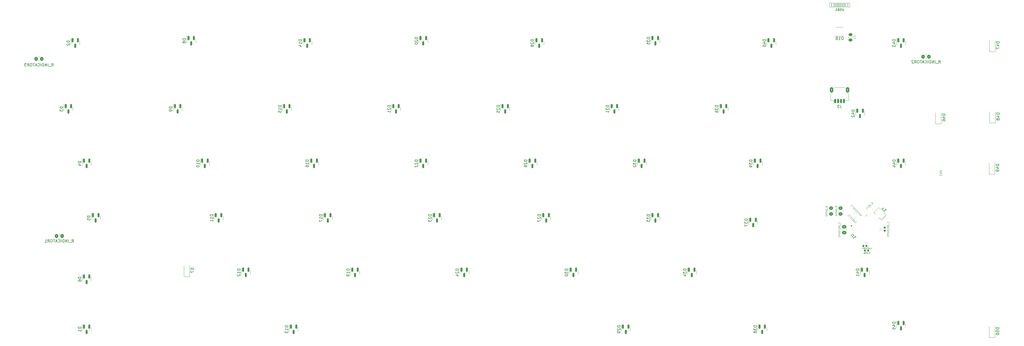
<source format=gbo>
%TF.GenerationSoftware,KiCad,Pcbnew,(6.0.6)*%
%TF.CreationDate,2023-03-05T15:32:32+02:00*%
%TF.ProjectId,UniversalTKL,556e6976-6572-4736-916c-544b4c2e6b69,rev?*%
%TF.SameCoordinates,Original*%
%TF.FileFunction,Legend,Bot*%
%TF.FilePolarity,Positive*%
%FSLAX46Y46*%
G04 Gerber Fmt 4.6, Leading zero omitted, Abs format (unit mm)*
G04 Created by KiCad (PCBNEW (6.0.6)) date 2023-03-05 15:32:32*
%MOMM*%
%LPD*%
G01*
G04 APERTURE LIST*
G04 Aperture macros list*
%AMRoundRect*
0 Rectangle with rounded corners*
0 $1 Rounding radius*
0 $2 $3 $4 $5 $6 $7 $8 $9 X,Y pos of 4 corners*
0 Add a 4 corners polygon primitive as box body*
4,1,4,$2,$3,$4,$5,$6,$7,$8,$9,$2,$3,0*
0 Add four circle primitives for the rounded corners*
1,1,$1+$1,$2,$3*
1,1,$1+$1,$4,$5*
1,1,$1+$1,$6,$7*
1,1,$1+$1,$8,$9*
0 Add four rect primitives between the rounded corners*
20,1,$1+$1,$2,$3,$4,$5,0*
20,1,$1+$1,$4,$5,$6,$7,0*
20,1,$1+$1,$6,$7,$8,$9,0*
20,1,$1+$1,$8,$9,$2,$3,0*%
%AMHorizOval*
0 Thick line with rounded ends*
0 $1 width*
0 $2 $3 position (X,Y) of the first rounded end (center of the circle)*
0 $4 $5 position (X,Y) of the second rounded end (center of the circle)*
0 Add line between two ends*
20,1,$1,$2,$3,$4,$5,0*
0 Add two circle primitives to create the rounded ends*
1,1,$1,$2,$3*
1,1,$1,$4,$5*%
%AMRotRect*
0 Rectangle, with rotation*
0 The origin of the aperture is its center*
0 $1 length*
0 $2 width*
0 $3 Rotation angle, in degrees counterclockwise*
0 Add horizontal line*
21,1,$1,$2,0,0,$3*%
G04 Aperture macros list end*
%ADD10C,0.300000*%
%ADD11C,0.100000*%
%ADD12C,0.150000*%
%ADD13C,0.080000*%
%ADD14C,0.070000*%
%ADD15C,0.120000*%
%ADD16C,3.987800*%
%ADD17C,1.750000*%
%ADD18HorizOval,2.300000X0.681998X0.731354X-0.681998X-0.731354X0*%
%ADD19HorizOval,2.300000X0.008725X0.249848X-0.008725X-0.249848X0*%
%ADD20HorizOval,2.300000X0.647898X0.694786X-0.647898X-0.694786X0*%
%ADD21HorizOval,2.300000X0.015701X0.299589X-0.015701X-0.299589X0*%
%ADD22C,6.000000*%
%ADD23C,3.048000*%
%ADD24HorizOval,2.200000X0.681998X0.731354X-0.681998X-0.731354X0*%
%ADD25C,1.905000*%
%ADD26R,1.905000X1.905000*%
%ADD27R,1.700000X1.700000*%
%ADD28O,1.700000X1.700000*%
%ADD29C,1.701800*%
%ADD30HorizOval,2.300000X0.299589X-0.015701X-0.299589X0.015701X0*%
%ADD31HorizOval,2.300000X0.705988X-0.635674X-0.705988X0.635674X0*%
%ADD32RoundRect,0.250000X-0.450000X0.350000X-0.450000X-0.350000X0.450000X-0.350000X0.450000X0.350000X0*%
%ADD33RoundRect,0.150000X-0.150000X0.587500X-0.150000X-0.587500X0.150000X-0.587500X0.150000X0.587500X0*%
%ADD34RoundRect,0.250000X0.350000X0.450000X-0.350000X0.450000X-0.350000X-0.450000X0.350000X-0.450000X0*%
%ADD35RoundRect,0.140000X0.219203X0.021213X0.021213X0.219203X-0.219203X-0.021213X-0.021213X-0.219203X0*%
%ADD36R,1.200000X0.900000*%
%ADD37RoundRect,0.155000X0.212500X0.155000X-0.212500X0.155000X-0.212500X-0.155000X0.212500X-0.155000X0*%
%ADD38RoundRect,0.150000X-0.150000X-0.625000X0.150000X-0.625000X0.150000X0.625000X-0.150000X0.625000X0*%
%ADD39RoundRect,0.250000X-0.350000X-0.650000X0.350000X-0.650000X0.350000X0.650000X-0.350000X0.650000X0*%
%ADD40C,0.750000*%
%ADD41RoundRect,0.050000X-0.300000X-0.725000X0.300000X-0.725000X0.300000X0.725000X-0.300000X0.725000X0*%
%ADD42RoundRect,0.050000X-0.150000X-0.725000X0.150000X-0.725000X0.150000X0.725000X-0.150000X0.725000X0*%
%ADD43O,1.100000X2.200000*%
%ADD44O,1.100000X1.700000*%
%ADD45RoundRect,0.155000X0.040659X0.259862X-0.259862X-0.040659X-0.040659X-0.259862X0.259862X0.040659X0*%
%ADD46R,1.400000X1.200000*%
%ADD47R,1.400000X1.000000*%
%ADD48RoundRect,0.155000X0.155000X-0.212500X0.155000X0.212500X-0.155000X0.212500X-0.155000X-0.212500X0*%
%ADD49RoundRect,0.243750X-0.456250X0.243750X-0.456250X-0.243750X0.456250X-0.243750X0.456250X0.243750X0*%
%ADD50RoundRect,0.250000X-0.475000X0.337500X-0.475000X-0.337500X0.475000X-0.337500X0.475000X0.337500X0*%
%ADD51RotRect,0.400000X1.900000X135.000000*%
%ADD52RoundRect,0.062500X-0.380070X0.291682X0.291682X-0.380070X0.380070X-0.291682X-0.291682X0.380070X0*%
%ADD53RoundRect,0.062500X-0.380070X-0.291682X-0.291682X-0.380070X0.380070X0.291682X0.291682X0.380070X0*%
%ADD54RotRect,5.200000X5.200000X315.000000*%
G04 APERTURE END LIST*
D10*
X321771655Y-109100000D02*
G75*
G03*
X321771655Y-109100000I-121655J0D01*
G01*
D11*
X353110000Y-91173333D02*
X353143333Y-91240000D01*
X353143333Y-91340000D01*
X353110000Y-91440000D01*
X353043333Y-91506666D01*
X352976666Y-91540000D01*
X352843333Y-91573333D01*
X352743333Y-91573333D01*
X352610000Y-91540000D01*
X352543333Y-91506666D01*
X352476666Y-91440000D01*
X352443333Y-91340000D01*
X352443333Y-91273333D01*
X352476666Y-91173333D01*
X352510000Y-91140000D01*
X352743333Y-91140000D01*
X352743333Y-91273333D01*
X352443333Y-90840000D02*
X353143333Y-90840000D01*
X352443333Y-90440000D01*
X353143333Y-90440000D01*
X352443333Y-90106666D02*
X353143333Y-90106666D01*
X353143333Y-89940000D01*
X353110000Y-89840000D01*
X353043333Y-89773333D01*
X352976666Y-89740000D01*
X352843333Y-89706666D01*
X352743333Y-89706666D01*
X352610000Y-89740000D01*
X352543333Y-89773333D01*
X352476666Y-89840000D01*
X352443333Y-89940000D01*
X352443333Y-90106666D01*
%TO.C,R_DATA1*%
X316611428Y-102538571D02*
X316325714Y-102338571D01*
X316611428Y-102195714D02*
X316011428Y-102195714D01*
X316011428Y-102424285D01*
X316040000Y-102481428D01*
X316068571Y-102510000D01*
X316125714Y-102538571D01*
X316211428Y-102538571D01*
X316268571Y-102510000D01*
X316297142Y-102481428D01*
X316325714Y-102424285D01*
X316325714Y-102195714D01*
X316668571Y-102652857D02*
X316668571Y-103110000D01*
X316611428Y-103252857D02*
X316011428Y-103252857D01*
X316011428Y-103395714D01*
X316040000Y-103481428D01*
X316097142Y-103538571D01*
X316154285Y-103567142D01*
X316268571Y-103595714D01*
X316354285Y-103595714D01*
X316468571Y-103567142D01*
X316525714Y-103538571D01*
X316582857Y-103481428D01*
X316611428Y-103395714D01*
X316611428Y-103252857D01*
X316440000Y-103824285D02*
X316440000Y-104110000D01*
X316611428Y-103767142D02*
X316011428Y-103967142D01*
X316611428Y-104167142D01*
X316011428Y-104281428D02*
X316011428Y-104624285D01*
X316611428Y-104452857D02*
X316011428Y-104452857D01*
X316440000Y-104795714D02*
X316440000Y-105081428D01*
X316611428Y-104738571D02*
X316011428Y-104938571D01*
X316611428Y-105138571D01*
X316611428Y-105652857D02*
X316611428Y-105310000D01*
X316611428Y-105481428D02*
X316011428Y-105481428D01*
X316097142Y-105424285D01*
X316154285Y-105367142D01*
X316182857Y-105310000D01*
D12*
%TO.C,D29*%
X240939880Y-144041964D02*
X239939880Y-144041964D01*
X239939880Y-144280059D01*
X239987500Y-144422916D01*
X240082738Y-144518154D01*
X240177976Y-144565773D01*
X240368452Y-144613392D01*
X240511309Y-144613392D01*
X240701785Y-144565773D01*
X240797023Y-144518154D01*
X240892261Y-144422916D01*
X240939880Y-144280059D01*
X240939880Y-144041964D01*
X240035119Y-144994345D02*
X239987500Y-145041964D01*
X239939880Y-145137202D01*
X239939880Y-145375297D01*
X239987500Y-145470535D01*
X240035119Y-145518154D01*
X240130357Y-145565773D01*
X240225595Y-145565773D01*
X240368452Y-145518154D01*
X240939880Y-144946726D01*
X240939880Y-145565773D01*
X240939880Y-146041964D02*
X240939880Y-146232440D01*
X240892261Y-146327678D01*
X240844642Y-146375297D01*
X240701785Y-146470535D01*
X240511309Y-146518154D01*
X240130357Y-146518154D01*
X240035119Y-146470535D01*
X239987500Y-146422916D01*
X239939880Y-146327678D01*
X239939880Y-146137202D01*
X239987500Y-146041964D01*
X240035119Y-145994345D01*
X240130357Y-145946726D01*
X240368452Y-145946726D01*
X240463690Y-145994345D01*
X240511309Y-146041964D01*
X240558928Y-146137202D01*
X240558928Y-146327678D01*
X240511309Y-146422916D01*
X240463690Y-146470535D01*
X240368452Y-146518154D01*
%TO.C,R_INDICATOR3*%
X42520952Y-53356130D02*
X42854285Y-52879940D01*
X43092380Y-53356130D02*
X43092380Y-52356130D01*
X42711428Y-52356130D01*
X42616190Y-52403750D01*
X42568571Y-52451369D01*
X42520952Y-52546607D01*
X42520952Y-52689464D01*
X42568571Y-52784702D01*
X42616190Y-52832321D01*
X42711428Y-52879940D01*
X43092380Y-52879940D01*
X42330476Y-53451369D02*
X41568571Y-53451369D01*
X41330476Y-53356130D02*
X41330476Y-52356130D01*
X40854285Y-53356130D02*
X40854285Y-52356130D01*
X40282857Y-53356130D01*
X40282857Y-52356130D01*
X39806666Y-53356130D02*
X39806666Y-52356130D01*
X39568571Y-52356130D01*
X39425714Y-52403750D01*
X39330476Y-52498988D01*
X39282857Y-52594226D01*
X39235238Y-52784702D01*
X39235238Y-52927559D01*
X39282857Y-53118035D01*
X39330476Y-53213273D01*
X39425714Y-53308511D01*
X39568571Y-53356130D01*
X39806666Y-53356130D01*
X38806666Y-53356130D02*
X38806666Y-52356130D01*
X37759047Y-53260892D02*
X37806666Y-53308511D01*
X37949523Y-53356130D01*
X38044761Y-53356130D01*
X38187619Y-53308511D01*
X38282857Y-53213273D01*
X38330476Y-53118035D01*
X38378095Y-52927559D01*
X38378095Y-52784702D01*
X38330476Y-52594226D01*
X38282857Y-52498988D01*
X38187619Y-52403750D01*
X38044761Y-52356130D01*
X37949523Y-52356130D01*
X37806666Y-52403750D01*
X37759047Y-52451369D01*
X37378095Y-53070416D02*
X36901904Y-53070416D01*
X37473333Y-53356130D02*
X37140000Y-52356130D01*
X36806666Y-53356130D01*
X36616190Y-52356130D02*
X36044761Y-52356130D01*
X36330476Y-53356130D02*
X36330476Y-52356130D01*
X35520952Y-52356130D02*
X35330476Y-52356130D01*
X35235238Y-52403750D01*
X35140000Y-52498988D01*
X35092380Y-52689464D01*
X35092380Y-53022797D01*
X35140000Y-53213273D01*
X35235238Y-53308511D01*
X35330476Y-53356130D01*
X35520952Y-53356130D01*
X35616190Y-53308511D01*
X35711428Y-53213273D01*
X35759047Y-53022797D01*
X35759047Y-52689464D01*
X35711428Y-52498988D01*
X35616190Y-52403750D01*
X35520952Y-52356130D01*
X34092380Y-53356130D02*
X34425714Y-52879940D01*
X34663809Y-53356130D02*
X34663809Y-52356130D01*
X34282857Y-52356130D01*
X34187619Y-52403750D01*
X34140000Y-52451369D01*
X34092380Y-52546607D01*
X34092380Y-52689464D01*
X34140000Y-52784702D01*
X34187619Y-52832321D01*
X34282857Y-52879940D01*
X34663809Y-52879940D01*
X33759047Y-52356130D02*
X33140000Y-52356130D01*
X33473333Y-52737083D01*
X33330476Y-52737083D01*
X33235238Y-52784702D01*
X33187619Y-52832321D01*
X33140000Y-52927559D01*
X33140000Y-53165654D01*
X33187619Y-53260892D01*
X33235238Y-53308511D01*
X33330476Y-53356130D01*
X33616190Y-53356130D01*
X33711428Y-53308511D01*
X33759047Y-53260892D01*
%TO.C,R_INDICATOR2*%
X352043452Y-52302380D02*
X352376785Y-51826190D01*
X352614880Y-52302380D02*
X352614880Y-51302380D01*
X352233928Y-51302380D01*
X352138690Y-51350000D01*
X352091071Y-51397619D01*
X352043452Y-51492857D01*
X352043452Y-51635714D01*
X352091071Y-51730952D01*
X352138690Y-51778571D01*
X352233928Y-51826190D01*
X352614880Y-51826190D01*
X351852976Y-52397619D02*
X351091071Y-52397619D01*
X350852976Y-52302380D02*
X350852976Y-51302380D01*
X350376785Y-52302380D02*
X350376785Y-51302380D01*
X349805357Y-52302380D01*
X349805357Y-51302380D01*
X349329166Y-52302380D02*
X349329166Y-51302380D01*
X349091071Y-51302380D01*
X348948214Y-51350000D01*
X348852976Y-51445238D01*
X348805357Y-51540476D01*
X348757738Y-51730952D01*
X348757738Y-51873809D01*
X348805357Y-52064285D01*
X348852976Y-52159523D01*
X348948214Y-52254761D01*
X349091071Y-52302380D01*
X349329166Y-52302380D01*
X348329166Y-52302380D02*
X348329166Y-51302380D01*
X347281547Y-52207142D02*
X347329166Y-52254761D01*
X347472023Y-52302380D01*
X347567261Y-52302380D01*
X347710119Y-52254761D01*
X347805357Y-52159523D01*
X347852976Y-52064285D01*
X347900595Y-51873809D01*
X347900595Y-51730952D01*
X347852976Y-51540476D01*
X347805357Y-51445238D01*
X347710119Y-51350000D01*
X347567261Y-51302380D01*
X347472023Y-51302380D01*
X347329166Y-51350000D01*
X347281547Y-51397619D01*
X346900595Y-52016666D02*
X346424404Y-52016666D01*
X346995833Y-52302380D02*
X346662500Y-51302380D01*
X346329166Y-52302380D01*
X346138690Y-51302380D02*
X345567261Y-51302380D01*
X345852976Y-52302380D02*
X345852976Y-51302380D01*
X345043452Y-51302380D02*
X344852976Y-51302380D01*
X344757738Y-51350000D01*
X344662500Y-51445238D01*
X344614880Y-51635714D01*
X344614880Y-51969047D01*
X344662500Y-52159523D01*
X344757738Y-52254761D01*
X344852976Y-52302380D01*
X345043452Y-52302380D01*
X345138690Y-52254761D01*
X345233928Y-52159523D01*
X345281547Y-51969047D01*
X345281547Y-51635714D01*
X345233928Y-51445238D01*
X345138690Y-51350000D01*
X345043452Y-51302380D01*
X343614880Y-52302380D02*
X343948214Y-51826190D01*
X344186309Y-52302380D02*
X344186309Y-51302380D01*
X343805357Y-51302380D01*
X343710119Y-51350000D01*
X343662500Y-51397619D01*
X343614880Y-51492857D01*
X343614880Y-51635714D01*
X343662500Y-51730952D01*
X343710119Y-51778571D01*
X343805357Y-51826190D01*
X344186309Y-51826190D01*
X343233928Y-51397619D02*
X343186309Y-51350000D01*
X343091071Y-51302380D01*
X342852976Y-51302380D01*
X342757738Y-51350000D01*
X342710119Y-51397619D01*
X342662500Y-51492857D01*
X342662500Y-51588095D01*
X342710119Y-51730952D01*
X343281547Y-52302380D01*
X342662500Y-52302380D01*
%TO.C,D17*%
X136958630Y-105148214D02*
X135958630Y-105148214D01*
X135958630Y-105386309D01*
X136006250Y-105529166D01*
X136101488Y-105624404D01*
X136196726Y-105672023D01*
X136387202Y-105719642D01*
X136530059Y-105719642D01*
X136720535Y-105672023D01*
X136815773Y-105624404D01*
X136911011Y-105529166D01*
X136958630Y-105386309D01*
X136958630Y-105148214D01*
X136958630Y-106672023D02*
X136958630Y-106100595D01*
X136958630Y-106386309D02*
X135958630Y-106386309D01*
X136101488Y-106291071D01*
X136196726Y-106195833D01*
X136244345Y-106100595D01*
X135958630Y-107005357D02*
X135958630Y-107672023D01*
X136958630Y-107243452D01*
%TO.C,D36*%
X275071130Y-67048214D02*
X274071130Y-67048214D01*
X274071130Y-67286309D01*
X274118750Y-67429166D01*
X274213988Y-67524404D01*
X274309226Y-67572023D01*
X274499702Y-67619642D01*
X274642559Y-67619642D01*
X274833035Y-67572023D01*
X274928273Y-67524404D01*
X275023511Y-67429166D01*
X275071130Y-67286309D01*
X275071130Y-67048214D01*
X274071130Y-67952976D02*
X274071130Y-68572023D01*
X274452083Y-68238690D01*
X274452083Y-68381547D01*
X274499702Y-68476785D01*
X274547321Y-68524404D01*
X274642559Y-68572023D01*
X274880654Y-68572023D01*
X274975892Y-68524404D01*
X275023511Y-68476785D01*
X275071130Y-68381547D01*
X275071130Y-68095833D01*
X275023511Y-68000595D01*
X274975892Y-67952976D01*
X274071130Y-69429166D02*
X274071130Y-69238690D01*
X274118750Y-69143452D01*
X274166369Y-69095833D01*
X274309226Y-69000595D01*
X274499702Y-68952976D01*
X274880654Y-68952976D01*
X274975892Y-69000595D01*
X275023511Y-69048214D01*
X275071130Y-69143452D01*
X275071130Y-69333928D01*
X275023511Y-69429166D01*
X274975892Y-69476785D01*
X274880654Y-69524404D01*
X274642559Y-69524404D01*
X274547321Y-69476785D01*
X274499702Y-69429166D01*
X274452083Y-69333928D01*
X274452083Y-69143452D01*
X274499702Y-69048214D01*
X274547321Y-69000595D01*
X274642559Y-68952976D01*
%TO.C,D30*%
X222683630Y-124198214D02*
X221683630Y-124198214D01*
X221683630Y-124436309D01*
X221731250Y-124579166D01*
X221826488Y-124674404D01*
X221921726Y-124722023D01*
X222112202Y-124769642D01*
X222255059Y-124769642D01*
X222445535Y-124722023D01*
X222540773Y-124674404D01*
X222636011Y-124579166D01*
X222683630Y-124436309D01*
X222683630Y-124198214D01*
X221683630Y-125102976D02*
X221683630Y-125722023D01*
X222064583Y-125388690D01*
X222064583Y-125531547D01*
X222112202Y-125626785D01*
X222159821Y-125674404D01*
X222255059Y-125722023D01*
X222493154Y-125722023D01*
X222588392Y-125674404D01*
X222636011Y-125626785D01*
X222683630Y-125531547D01*
X222683630Y-125245833D01*
X222636011Y-125150595D01*
X222588392Y-125102976D01*
X221683630Y-126341071D02*
X221683630Y-126436309D01*
X221731250Y-126531547D01*
X221778869Y-126579166D01*
X221874107Y-126626785D01*
X222064583Y-126674404D01*
X222302678Y-126674404D01*
X222493154Y-126626785D01*
X222588392Y-126579166D01*
X222636011Y-126531547D01*
X222683630Y-126436309D01*
X222683630Y-126341071D01*
X222636011Y-126245833D01*
X222588392Y-126198214D01*
X222493154Y-126150595D01*
X222302678Y-126102976D01*
X222064583Y-126102976D01*
X221874107Y-126150595D01*
X221778869Y-126198214D01*
X221731250Y-126245833D01*
X221683630Y-126341071D01*
D11*
%TO.C,C_UCAP1*%
X320950862Y-105467815D02*
X320950862Y-105427409D01*
X320910456Y-105346597D01*
X320870050Y-105306191D01*
X320789238Y-105265785D01*
X320708426Y-105265785D01*
X320647816Y-105285988D01*
X320546801Y-105346597D01*
X320486192Y-105407206D01*
X320425583Y-105508222D01*
X320405380Y-105568831D01*
X320405380Y-105649643D01*
X320445786Y-105730455D01*
X320486192Y-105770861D01*
X320567004Y-105811267D01*
X320607410Y-105811267D01*
X321112487Y-105467815D02*
X321435735Y-105791064D01*
X321072081Y-106356750D02*
X321415532Y-106013298D01*
X321476142Y-105993095D01*
X321516548Y-105993095D01*
X321577157Y-106013298D01*
X321657969Y-106094110D01*
X321678172Y-106154719D01*
X321678172Y-106195125D01*
X321657969Y-106255734D01*
X321314517Y-106599186D01*
X322142842Y-106659795D02*
X322142842Y-106619389D01*
X322102436Y-106538577D01*
X322062030Y-106498171D01*
X321981218Y-106457765D01*
X321900406Y-106457765D01*
X321839796Y-106477968D01*
X321738781Y-106538577D01*
X321678172Y-106599186D01*
X321617563Y-106700202D01*
X321597360Y-106760811D01*
X321597360Y-106841623D01*
X321637766Y-106922435D01*
X321678172Y-106962841D01*
X321758984Y-107003247D01*
X321799390Y-107003247D01*
X322223654Y-106902232D02*
X322425685Y-107104263D01*
X322304467Y-106740608D02*
X322021624Y-107306293D01*
X322587309Y-107023450D01*
X322728731Y-107164872D02*
X322304467Y-107589136D01*
X322466091Y-107750760D01*
X322526700Y-107770963D01*
X322567106Y-107770963D01*
X322627715Y-107750760D01*
X322688325Y-107690151D01*
X322708528Y-107629542D01*
X322708528Y-107589136D01*
X322688325Y-107528527D01*
X322526700Y-107366902D01*
X323375228Y-107811369D02*
X323132792Y-107568933D01*
X323254010Y-107690151D02*
X322829746Y-108114415D01*
X322849949Y-108013400D01*
X322849949Y-107932588D01*
X322829746Y-107871979D01*
D12*
%TO.C,D1*%
X52821130Y-144518154D02*
X51821130Y-144518154D01*
X51821130Y-144756250D01*
X51868750Y-144899107D01*
X51963988Y-144994345D01*
X52059226Y-145041964D01*
X52249702Y-145089583D01*
X52392559Y-145089583D01*
X52583035Y-145041964D01*
X52678273Y-144994345D01*
X52773511Y-144899107D01*
X52821130Y-144756250D01*
X52821130Y-144518154D01*
X52821130Y-146041964D02*
X52821130Y-145470535D01*
X52821130Y-145756250D02*
X51821130Y-145756250D01*
X51963988Y-145661011D01*
X52059226Y-145565773D01*
X52106845Y-145470535D01*
%TO.C,D35*%
X251258630Y-43235714D02*
X250258630Y-43235714D01*
X250258630Y-43473809D01*
X250306250Y-43616666D01*
X250401488Y-43711904D01*
X250496726Y-43759523D01*
X250687202Y-43807142D01*
X250830059Y-43807142D01*
X251020535Y-43759523D01*
X251115773Y-43711904D01*
X251211011Y-43616666D01*
X251258630Y-43473809D01*
X251258630Y-43235714D01*
X250258630Y-44140476D02*
X250258630Y-44759523D01*
X250639583Y-44426190D01*
X250639583Y-44569047D01*
X250687202Y-44664285D01*
X250734821Y-44711904D01*
X250830059Y-44759523D01*
X251068154Y-44759523D01*
X251163392Y-44711904D01*
X251211011Y-44664285D01*
X251258630Y-44569047D01*
X251258630Y-44283333D01*
X251211011Y-44188095D01*
X251163392Y-44140476D01*
X250258630Y-45664285D02*
X250258630Y-45188095D01*
X250734821Y-45140476D01*
X250687202Y-45188095D01*
X250639583Y-45283333D01*
X250639583Y-45521428D01*
X250687202Y-45616666D01*
X250734821Y-45664285D01*
X250830059Y-45711904D01*
X251068154Y-45711904D01*
X251163392Y-45664285D01*
X251211011Y-45616666D01*
X251258630Y-45521428D01*
X251258630Y-45283333D01*
X251211011Y-45188095D01*
X251163392Y-45140476D01*
%TO.C,D48*%
X373312380Y-69695714D02*
X372312380Y-69695714D01*
X372312380Y-69933809D01*
X372360000Y-70076666D01*
X372455238Y-70171904D01*
X372550476Y-70219523D01*
X372740952Y-70267142D01*
X372883809Y-70267142D01*
X373074285Y-70219523D01*
X373169523Y-70171904D01*
X373264761Y-70076666D01*
X373312380Y-69933809D01*
X373312380Y-69695714D01*
X372645714Y-71124285D02*
X373312380Y-71124285D01*
X372264761Y-70886190D02*
X372979047Y-70648095D01*
X372979047Y-71267142D01*
X372740952Y-71790952D02*
X372693333Y-71695714D01*
X372645714Y-71648095D01*
X372550476Y-71600476D01*
X372502857Y-71600476D01*
X372407619Y-71648095D01*
X372360000Y-71695714D01*
X372312380Y-71790952D01*
X372312380Y-71981428D01*
X372360000Y-72076666D01*
X372407619Y-72124285D01*
X372502857Y-72171904D01*
X372550476Y-72171904D01*
X372645714Y-72124285D01*
X372693333Y-72076666D01*
X372740952Y-71981428D01*
X372740952Y-71790952D01*
X372788571Y-71695714D01*
X372836190Y-71648095D01*
X372931428Y-71600476D01*
X373121904Y-71600476D01*
X373217142Y-71648095D01*
X373264761Y-71695714D01*
X373312380Y-71790952D01*
X373312380Y-71981428D01*
X373264761Y-72076666D01*
X373217142Y-72124285D01*
X373121904Y-72171904D01*
X372931428Y-72171904D01*
X372836190Y-72124285D01*
X372788571Y-72076666D01*
X372740952Y-71981428D01*
%TO.C,D3*%
X46471130Y-67524404D02*
X45471130Y-67524404D01*
X45471130Y-67762500D01*
X45518750Y-67905357D01*
X45613988Y-68000595D01*
X45709226Y-68048214D01*
X45899702Y-68095833D01*
X46042559Y-68095833D01*
X46233035Y-68048214D01*
X46328273Y-68000595D01*
X46423511Y-67905357D01*
X46471130Y-67762500D01*
X46471130Y-67524404D01*
X45471130Y-68429166D02*
X45471130Y-69048214D01*
X45852083Y-68714880D01*
X45852083Y-68857738D01*
X45899702Y-68952976D01*
X45947321Y-69000595D01*
X46042559Y-69048214D01*
X46280654Y-69048214D01*
X46375892Y-69000595D01*
X46423511Y-68952976D01*
X46471130Y-68857738D01*
X46471130Y-68572023D01*
X46423511Y-68476785D01*
X46375892Y-68429166D01*
%TO.C,D46*%
X354362380Y-70045714D02*
X353362380Y-70045714D01*
X353362380Y-70283809D01*
X353410000Y-70426666D01*
X353505238Y-70521904D01*
X353600476Y-70569523D01*
X353790952Y-70617142D01*
X353933809Y-70617142D01*
X354124285Y-70569523D01*
X354219523Y-70521904D01*
X354314761Y-70426666D01*
X354362380Y-70283809D01*
X354362380Y-70045714D01*
X353695714Y-71474285D02*
X354362380Y-71474285D01*
X353314761Y-71236190D02*
X354029047Y-70998095D01*
X354029047Y-71617142D01*
X353362380Y-72426666D02*
X353362380Y-72236190D01*
X353410000Y-72140952D01*
X353457619Y-72093333D01*
X353600476Y-71998095D01*
X353790952Y-71950476D01*
X354171904Y-71950476D01*
X354267142Y-71998095D01*
X354314761Y-72045714D01*
X354362380Y-72140952D01*
X354362380Y-72331428D01*
X354314761Y-72426666D01*
X354267142Y-72474285D01*
X354171904Y-72521904D01*
X353933809Y-72521904D01*
X353838571Y-72474285D01*
X353790952Y-72426666D01*
X353743333Y-72331428D01*
X353743333Y-72140952D01*
X353790952Y-72045714D01*
X353838571Y-71998095D01*
X353933809Y-71950476D01*
D13*
%TO.C,R_HWB1*%
X327827142Y-118790952D02*
X327960476Y-118600476D01*
X328055714Y-118790952D02*
X328055714Y-118390952D01*
X327903333Y-118390952D01*
X327865238Y-118410000D01*
X327846190Y-118429047D01*
X327827142Y-118467142D01*
X327827142Y-118524285D01*
X327846190Y-118562380D01*
X327865238Y-118581428D01*
X327903333Y-118600476D01*
X328055714Y-118600476D01*
X327750952Y-118829047D02*
X327446190Y-118829047D01*
X327350952Y-118790952D02*
X327350952Y-118390952D01*
X327350952Y-118581428D02*
X327122380Y-118581428D01*
X327122380Y-118790952D02*
X327122380Y-118390952D01*
X326970000Y-118390952D02*
X326874761Y-118790952D01*
X326798571Y-118505238D01*
X326722380Y-118790952D01*
X326627142Y-118390952D01*
X326341428Y-118581428D02*
X326284285Y-118600476D01*
X326265238Y-118619523D01*
X326246190Y-118657619D01*
X326246190Y-118714761D01*
X326265238Y-118752857D01*
X326284285Y-118771904D01*
X326322380Y-118790952D01*
X326474761Y-118790952D01*
X326474761Y-118390952D01*
X326341428Y-118390952D01*
X326303333Y-118410000D01*
X326284285Y-118429047D01*
X326265238Y-118467142D01*
X326265238Y-118505238D01*
X326284285Y-118543333D01*
X326303333Y-118562380D01*
X326341428Y-118581428D01*
X326474761Y-118581428D01*
X325865238Y-118790952D02*
X326093809Y-118790952D01*
X325979523Y-118790952D02*
X325979523Y-118390952D01*
X326017619Y-118448095D01*
X326055714Y-118486190D01*
X326093809Y-118505238D01*
D12*
%TO.C,D2*%
X48852380Y-44505654D02*
X47852380Y-44505654D01*
X47852380Y-44743750D01*
X47900000Y-44886607D01*
X47995238Y-44981845D01*
X48090476Y-45029464D01*
X48280952Y-45077083D01*
X48423809Y-45077083D01*
X48614285Y-45029464D01*
X48709523Y-44981845D01*
X48804761Y-44886607D01*
X48852380Y-44743750D01*
X48852380Y-44505654D01*
X47947619Y-45458035D02*
X47900000Y-45505654D01*
X47852380Y-45600892D01*
X47852380Y-45838988D01*
X47900000Y-45934226D01*
X47947619Y-45981845D01*
X48042857Y-46029464D01*
X48138095Y-46029464D01*
X48280952Y-45981845D01*
X48852380Y-45410416D01*
X48852380Y-46029464D01*
%TO.C,J3*%
X317833333Y-66932380D02*
X317833333Y-67646666D01*
X317880952Y-67789523D01*
X317976190Y-67884761D01*
X318119047Y-67932380D01*
X318214285Y-67932380D01*
X317452380Y-66932380D02*
X316833333Y-66932380D01*
X317166666Y-67313333D01*
X317023809Y-67313333D01*
X316928571Y-67360952D01*
X316880952Y-67408571D01*
X316833333Y-67503809D01*
X316833333Y-67741904D01*
X316880952Y-67837142D01*
X316928571Y-67884761D01*
X317023809Y-67932380D01*
X317309523Y-67932380D01*
X317404761Y-67884761D01*
X317452380Y-67837142D01*
%TO.C,USB1*%
X318930476Y-33149404D02*
X318930476Y-33797023D01*
X318892380Y-33873214D01*
X318854285Y-33911309D01*
X318778095Y-33949404D01*
X318625714Y-33949404D01*
X318549523Y-33911309D01*
X318511428Y-33873214D01*
X318473333Y-33797023D01*
X318473333Y-33149404D01*
X318130476Y-33911309D02*
X318016190Y-33949404D01*
X317825714Y-33949404D01*
X317749523Y-33911309D01*
X317711428Y-33873214D01*
X317673333Y-33797023D01*
X317673333Y-33720833D01*
X317711428Y-33644642D01*
X317749523Y-33606547D01*
X317825714Y-33568452D01*
X317978095Y-33530357D01*
X318054285Y-33492261D01*
X318092380Y-33454166D01*
X318130476Y-33377976D01*
X318130476Y-33301785D01*
X318092380Y-33225595D01*
X318054285Y-33187500D01*
X317978095Y-33149404D01*
X317787619Y-33149404D01*
X317673333Y-33187500D01*
X317063809Y-33530357D02*
X316949523Y-33568452D01*
X316911428Y-33606547D01*
X316873333Y-33682738D01*
X316873333Y-33797023D01*
X316911428Y-33873214D01*
X316949523Y-33911309D01*
X317025714Y-33949404D01*
X317330476Y-33949404D01*
X317330476Y-33149404D01*
X317063809Y-33149404D01*
X316987619Y-33187500D01*
X316949523Y-33225595D01*
X316911428Y-33301785D01*
X316911428Y-33377976D01*
X316949523Y-33454166D01*
X316987619Y-33492261D01*
X317063809Y-33530357D01*
X317330476Y-33530357D01*
X316111428Y-33949404D02*
X316568571Y-33949404D01*
X316340000Y-33949404D02*
X316340000Y-33149404D01*
X316416190Y-33263690D01*
X316492380Y-33339880D01*
X316568571Y-33377976D01*
%TO.C,D49*%
X373092380Y-87595714D02*
X372092380Y-87595714D01*
X372092380Y-87833809D01*
X372140000Y-87976666D01*
X372235238Y-88071904D01*
X372330476Y-88119523D01*
X372520952Y-88167142D01*
X372663809Y-88167142D01*
X372854285Y-88119523D01*
X372949523Y-88071904D01*
X373044761Y-87976666D01*
X373092380Y-87833809D01*
X373092380Y-87595714D01*
X372425714Y-89024285D02*
X373092380Y-89024285D01*
X372044761Y-88786190D02*
X372759047Y-88548095D01*
X372759047Y-89167142D01*
X373092380Y-89595714D02*
X373092380Y-89786190D01*
X373044761Y-89881428D01*
X372997142Y-89929047D01*
X372854285Y-90024285D01*
X372663809Y-90071904D01*
X372282857Y-90071904D01*
X372187619Y-90024285D01*
X372140000Y-89976666D01*
X372092380Y-89881428D01*
X372092380Y-89690952D01*
X372140000Y-89595714D01*
X372187619Y-89548095D01*
X372282857Y-89500476D01*
X372520952Y-89500476D01*
X372616190Y-89548095D01*
X372663809Y-89595714D01*
X372711428Y-89690952D01*
X372711428Y-89881428D01*
X372663809Y-89976666D01*
X372616190Y-90024285D01*
X372520952Y-90071904D01*
%TO.C,D4*%
X52821130Y-86574404D02*
X51821130Y-86574404D01*
X51821130Y-86812500D01*
X51868750Y-86955357D01*
X51963988Y-87050595D01*
X52059226Y-87098214D01*
X52249702Y-87145833D01*
X52392559Y-87145833D01*
X52583035Y-87098214D01*
X52678273Y-87050595D01*
X52773511Y-86955357D01*
X52821130Y-86812500D01*
X52821130Y-86574404D01*
X52154464Y-88002976D02*
X52821130Y-88002976D01*
X51773511Y-87764880D02*
X52487797Y-87526785D01*
X52487797Y-88145833D01*
%TO.C,D43*%
X336983630Y-44029464D02*
X335983630Y-44029464D01*
X335983630Y-44267559D01*
X336031250Y-44410416D01*
X336126488Y-44505654D01*
X336221726Y-44553273D01*
X336412202Y-44600892D01*
X336555059Y-44600892D01*
X336745535Y-44553273D01*
X336840773Y-44505654D01*
X336936011Y-44410416D01*
X336983630Y-44267559D01*
X336983630Y-44029464D01*
X336316964Y-45458035D02*
X336983630Y-45458035D01*
X335936011Y-45219940D02*
X336650297Y-44981845D01*
X336650297Y-45600892D01*
X335983630Y-45886607D02*
X335983630Y-46505654D01*
X336364583Y-46172321D01*
X336364583Y-46315178D01*
X336412202Y-46410416D01*
X336459821Y-46458035D01*
X336555059Y-46505654D01*
X336793154Y-46505654D01*
X336888392Y-46458035D01*
X336936011Y-46410416D01*
X336983630Y-46315178D01*
X336983630Y-46029464D01*
X336936011Y-45934226D01*
X336888392Y-45886607D01*
%TO.C,D47*%
X373222380Y-44805714D02*
X372222380Y-44805714D01*
X372222380Y-45043809D01*
X372270000Y-45186666D01*
X372365238Y-45281904D01*
X372460476Y-45329523D01*
X372650952Y-45377142D01*
X372793809Y-45377142D01*
X372984285Y-45329523D01*
X373079523Y-45281904D01*
X373174761Y-45186666D01*
X373222380Y-45043809D01*
X373222380Y-44805714D01*
X372555714Y-46234285D02*
X373222380Y-46234285D01*
X372174761Y-45996190D02*
X372889047Y-45758095D01*
X372889047Y-46377142D01*
X372222380Y-46662857D02*
X372222380Y-47329523D01*
X373222380Y-46900952D01*
D11*
%TO.C,C_DECOUP4*%
X321956639Y-102063105D02*
X321956639Y-102022699D01*
X321916233Y-101941887D01*
X321875827Y-101901481D01*
X321795015Y-101861075D01*
X321714202Y-101861075D01*
X321653593Y-101881278D01*
X321552578Y-101941887D01*
X321491969Y-102002496D01*
X321431360Y-102103511D01*
X321411157Y-102164121D01*
X321411157Y-102244933D01*
X321451563Y-102325745D01*
X321491969Y-102366151D01*
X321572781Y-102406557D01*
X321613187Y-102406557D01*
X322118263Y-102063105D02*
X322441512Y-102386354D01*
X322502121Y-102527775D02*
X322077857Y-102952040D01*
X322178873Y-103053055D01*
X322259685Y-103093461D01*
X322340497Y-103093461D01*
X322401106Y-103073258D01*
X322502121Y-103012649D01*
X322562731Y-102952040D01*
X322623340Y-102851024D01*
X322643543Y-102790415D01*
X322643543Y-102709603D01*
X322603137Y-102628791D01*
X322502121Y-102527775D01*
X322704152Y-103174273D02*
X322845573Y-103315694D01*
X323128416Y-103154070D02*
X322926386Y-102952040D01*
X322502121Y-103376304D01*
X322704152Y-103578334D01*
X323512274Y-103618740D02*
X323512274Y-103578334D01*
X323471868Y-103497522D01*
X323431462Y-103457116D01*
X323350650Y-103416710D01*
X323269837Y-103416710D01*
X323209228Y-103436913D01*
X323108213Y-103497522D01*
X323047604Y-103558131D01*
X322986995Y-103659146D01*
X322966792Y-103719756D01*
X322966792Y-103800568D01*
X323007198Y-103881380D01*
X323047604Y-103921786D01*
X323128416Y-103962192D01*
X323168822Y-103962192D01*
X323391056Y-104265238D02*
X323471868Y-104346050D01*
X323532477Y-104366253D01*
X323613289Y-104366253D01*
X323714305Y-104305644D01*
X323855726Y-104164223D01*
X323916335Y-104063207D01*
X323916335Y-103982395D01*
X323896132Y-103921786D01*
X323815320Y-103840974D01*
X323754711Y-103820771D01*
X323673898Y-103820771D01*
X323572883Y-103881380D01*
X323431462Y-104022801D01*
X323370853Y-104123817D01*
X323370853Y-104204629D01*
X323391056Y-104265238D01*
X323754711Y-104628893D02*
X324098162Y-104285441D01*
X324158772Y-104265238D01*
X324199178Y-104265238D01*
X324259787Y-104285441D01*
X324340599Y-104366253D01*
X324360802Y-104426862D01*
X324360802Y-104467268D01*
X324340599Y-104527878D01*
X323997147Y-104871329D01*
X324623442Y-104649096D02*
X324199178Y-105073360D01*
X324360802Y-105234984D01*
X324421411Y-105255187D01*
X324461817Y-105255187D01*
X324522427Y-105234984D01*
X324583036Y-105174375D01*
X324603239Y-105113766D01*
X324603239Y-105073360D01*
X324583036Y-105012751D01*
X324421411Y-104851126D01*
X324946691Y-105538030D02*
X325229533Y-105255187D01*
X324684051Y-105598639D02*
X324886081Y-105194578D01*
X325148721Y-105457218D01*
D12*
%TO.C,D26*%
X208396130Y-86098214D02*
X207396130Y-86098214D01*
X207396130Y-86336309D01*
X207443750Y-86479166D01*
X207538988Y-86574404D01*
X207634226Y-86622023D01*
X207824702Y-86669642D01*
X207967559Y-86669642D01*
X208158035Y-86622023D01*
X208253273Y-86574404D01*
X208348511Y-86479166D01*
X208396130Y-86336309D01*
X208396130Y-86098214D01*
X207491369Y-87050595D02*
X207443750Y-87098214D01*
X207396130Y-87193452D01*
X207396130Y-87431547D01*
X207443750Y-87526785D01*
X207491369Y-87574404D01*
X207586607Y-87622023D01*
X207681845Y-87622023D01*
X207824702Y-87574404D01*
X208396130Y-87002976D01*
X208396130Y-87622023D01*
X207396130Y-88479166D02*
X207396130Y-88288690D01*
X207443750Y-88193452D01*
X207491369Y-88145833D01*
X207634226Y-88050595D01*
X207824702Y-88002976D01*
X208205654Y-88002976D01*
X208300892Y-88050595D01*
X208348511Y-88098214D01*
X208396130Y-88193452D01*
X208396130Y-88383928D01*
X208348511Y-88479166D01*
X208300892Y-88526785D01*
X208205654Y-88574404D01*
X207967559Y-88574404D01*
X207872321Y-88526785D01*
X207824702Y-88479166D01*
X207777083Y-88383928D01*
X207777083Y-88193452D01*
X207824702Y-88098214D01*
X207872321Y-88050595D01*
X207967559Y-88002976D01*
%TO.C,D6*%
X52821130Y-127055654D02*
X51821130Y-127055654D01*
X51821130Y-127293750D01*
X51868750Y-127436607D01*
X51963988Y-127531845D01*
X52059226Y-127579464D01*
X52249702Y-127627083D01*
X52392559Y-127627083D01*
X52583035Y-127579464D01*
X52678273Y-127531845D01*
X52773511Y-127436607D01*
X52821130Y-127293750D01*
X52821130Y-127055654D01*
X51821130Y-128484226D02*
X51821130Y-128293750D01*
X51868750Y-128198511D01*
X51916369Y-128150892D01*
X52059226Y-128055654D01*
X52249702Y-128008035D01*
X52630654Y-128008035D01*
X52725892Y-128055654D01*
X52773511Y-128103273D01*
X52821130Y-128198511D01*
X52821130Y-128388988D01*
X52773511Y-128484226D01*
X52725892Y-128531845D01*
X52630654Y-128579464D01*
X52392559Y-128579464D01*
X52297321Y-128531845D01*
X52249702Y-128484226D01*
X52202083Y-128388988D01*
X52202083Y-128198511D01*
X52249702Y-128103273D01*
X52297321Y-128055654D01*
X52392559Y-128008035D01*
%TO.C,D33*%
X251258630Y-105148214D02*
X250258630Y-105148214D01*
X250258630Y-105386309D01*
X250306250Y-105529166D01*
X250401488Y-105624404D01*
X250496726Y-105672023D01*
X250687202Y-105719642D01*
X250830059Y-105719642D01*
X251020535Y-105672023D01*
X251115773Y-105624404D01*
X251211011Y-105529166D01*
X251258630Y-105386309D01*
X251258630Y-105148214D01*
X250258630Y-106052976D02*
X250258630Y-106672023D01*
X250639583Y-106338690D01*
X250639583Y-106481547D01*
X250687202Y-106576785D01*
X250734821Y-106624404D01*
X250830059Y-106672023D01*
X251068154Y-106672023D01*
X251163392Y-106624404D01*
X251211011Y-106576785D01*
X251258630Y-106481547D01*
X251258630Y-106195833D01*
X251211011Y-106100595D01*
X251163392Y-106052976D01*
X250258630Y-107005357D02*
X250258630Y-107624404D01*
X250639583Y-107291071D01*
X250639583Y-107433928D01*
X250687202Y-107529166D01*
X250734821Y-107576785D01*
X250830059Y-107624404D01*
X251068154Y-107624404D01*
X251163392Y-107576785D01*
X251211011Y-107529166D01*
X251258630Y-107433928D01*
X251258630Y-107148214D01*
X251211011Y-107052976D01*
X251163392Y-107005357D01*
%TO.C,D42*%
X322696130Y-68635714D02*
X321696130Y-68635714D01*
X321696130Y-68873809D01*
X321743750Y-69016666D01*
X321838988Y-69111904D01*
X321934226Y-69159523D01*
X322124702Y-69207142D01*
X322267559Y-69207142D01*
X322458035Y-69159523D01*
X322553273Y-69111904D01*
X322648511Y-69016666D01*
X322696130Y-68873809D01*
X322696130Y-68635714D01*
X322029464Y-70064285D02*
X322696130Y-70064285D01*
X321648511Y-69826190D02*
X322362797Y-69588095D01*
X322362797Y-70207142D01*
X321791369Y-70540476D02*
X321743750Y-70588095D01*
X321696130Y-70683333D01*
X321696130Y-70921428D01*
X321743750Y-71016666D01*
X321791369Y-71064285D01*
X321886607Y-71111904D01*
X321981845Y-71111904D01*
X322124702Y-71064285D01*
X322696130Y-70492857D01*
X322696130Y-71111904D01*
D11*
%TO.C,R_RST1*%
X328939807Y-101503562D02*
X328879197Y-101160111D01*
X329182243Y-101261126D02*
X328757979Y-100836862D01*
X328596355Y-100998486D01*
X328576152Y-101059095D01*
X328576152Y-101099501D01*
X328596355Y-101160111D01*
X328656964Y-101220720D01*
X328717573Y-101240923D01*
X328757979Y-101240923D01*
X328818588Y-101220720D01*
X328980213Y-101059095D01*
X328899400Y-101624781D02*
X328576152Y-101948030D01*
X328192294Y-102251075D02*
X328131684Y-101907623D01*
X328434730Y-102008639D02*
X328010466Y-101584375D01*
X327848842Y-101745999D01*
X327828639Y-101806608D01*
X327828639Y-101847014D01*
X327848842Y-101907623D01*
X327909451Y-101968233D01*
X327970060Y-101988436D01*
X328010466Y-101988436D01*
X328071075Y-101968233D01*
X328232700Y-101806608D01*
X328010466Y-102392497D02*
X327970060Y-102473309D01*
X327869045Y-102574324D01*
X327808436Y-102594527D01*
X327768030Y-102594527D01*
X327707420Y-102574324D01*
X327667014Y-102533918D01*
X327646811Y-102473309D01*
X327646811Y-102432903D01*
X327667014Y-102372294D01*
X327727623Y-102271278D01*
X327747827Y-102210669D01*
X327747827Y-102170263D01*
X327727623Y-102109654D01*
X327687217Y-102069248D01*
X327626608Y-102049045D01*
X327586202Y-102049045D01*
X327525593Y-102069248D01*
X327424578Y-102170263D01*
X327384172Y-102251075D01*
X327242750Y-102352091D02*
X327000314Y-102594527D01*
X327545796Y-102897573D02*
X327121532Y-102473309D01*
X327060923Y-103382446D02*
X327303359Y-103140010D01*
X327182141Y-103261228D02*
X326757877Y-102836964D01*
X326858892Y-102857167D01*
X326939704Y-102857167D01*
X327000314Y-102836964D01*
D12*
%TO.C,D24*%
X184583630Y-124198214D02*
X183583630Y-124198214D01*
X183583630Y-124436309D01*
X183631250Y-124579166D01*
X183726488Y-124674404D01*
X183821726Y-124722023D01*
X184012202Y-124769642D01*
X184155059Y-124769642D01*
X184345535Y-124722023D01*
X184440773Y-124674404D01*
X184536011Y-124579166D01*
X184583630Y-124436309D01*
X184583630Y-124198214D01*
X183678869Y-125150595D02*
X183631250Y-125198214D01*
X183583630Y-125293452D01*
X183583630Y-125531547D01*
X183631250Y-125626785D01*
X183678869Y-125674404D01*
X183774107Y-125722023D01*
X183869345Y-125722023D01*
X184012202Y-125674404D01*
X184583630Y-125102976D01*
X184583630Y-125722023D01*
X183916964Y-126579166D02*
X184583630Y-126579166D01*
X183536011Y-126341071D02*
X184250297Y-126102976D01*
X184250297Y-126722023D01*
D14*
%TO.C,C_DECOUP1*%
X328439047Y-117092857D02*
X328458095Y-117111904D01*
X328515238Y-117130952D01*
X328553333Y-117130952D01*
X328610476Y-117111904D01*
X328648571Y-117073809D01*
X328667619Y-117035714D01*
X328686666Y-116959523D01*
X328686666Y-116902380D01*
X328667619Y-116826190D01*
X328648571Y-116788095D01*
X328610476Y-116750000D01*
X328553333Y-116730952D01*
X328515238Y-116730952D01*
X328458095Y-116750000D01*
X328439047Y-116769047D01*
X328362857Y-117169047D02*
X328058095Y-117169047D01*
X327962857Y-117130952D02*
X327962857Y-116730952D01*
X327867619Y-116730952D01*
X327810476Y-116750000D01*
X327772380Y-116788095D01*
X327753333Y-116826190D01*
X327734285Y-116902380D01*
X327734285Y-116959523D01*
X327753333Y-117035714D01*
X327772380Y-117073809D01*
X327810476Y-117111904D01*
X327867619Y-117130952D01*
X327962857Y-117130952D01*
X327562857Y-116921428D02*
X327429523Y-116921428D01*
X327372380Y-117130952D02*
X327562857Y-117130952D01*
X327562857Y-116730952D01*
X327372380Y-116730952D01*
X326972380Y-117092857D02*
X326991428Y-117111904D01*
X327048571Y-117130952D01*
X327086666Y-117130952D01*
X327143809Y-117111904D01*
X327181904Y-117073809D01*
X327200952Y-117035714D01*
X327220000Y-116959523D01*
X327220000Y-116902380D01*
X327200952Y-116826190D01*
X327181904Y-116788095D01*
X327143809Y-116750000D01*
X327086666Y-116730952D01*
X327048571Y-116730952D01*
X326991428Y-116750000D01*
X326972380Y-116769047D01*
X326724761Y-116730952D02*
X326648571Y-116730952D01*
X326610476Y-116750000D01*
X326572380Y-116788095D01*
X326553333Y-116864285D01*
X326553333Y-116997619D01*
X326572380Y-117073809D01*
X326610476Y-117111904D01*
X326648571Y-117130952D01*
X326724761Y-117130952D01*
X326762857Y-117111904D01*
X326800952Y-117073809D01*
X326820000Y-116997619D01*
X326820000Y-116864285D01*
X326800952Y-116788095D01*
X326762857Y-116750000D01*
X326724761Y-116730952D01*
X326381904Y-116730952D02*
X326381904Y-117054761D01*
X326362857Y-117092857D01*
X326343809Y-117111904D01*
X326305714Y-117130952D01*
X326229523Y-117130952D01*
X326191428Y-117111904D01*
X326172380Y-117092857D01*
X326153333Y-117054761D01*
X326153333Y-116730952D01*
X325962857Y-117130952D02*
X325962857Y-116730952D01*
X325810476Y-116730952D01*
X325772380Y-116750000D01*
X325753333Y-116769047D01*
X325734285Y-116807142D01*
X325734285Y-116864285D01*
X325753333Y-116902380D01*
X325772380Y-116921428D01*
X325810476Y-116940476D01*
X325962857Y-116940476D01*
X325353333Y-117130952D02*
X325581904Y-117130952D01*
X325467619Y-117130952D02*
X325467619Y-116730952D01*
X325505714Y-116788095D01*
X325543809Y-116826190D01*
X325581904Y-116845238D01*
D12*
%TO.C,D39*%
X286977380Y-86098214D02*
X285977380Y-86098214D01*
X285977380Y-86336309D01*
X286025000Y-86479166D01*
X286120238Y-86574404D01*
X286215476Y-86622023D01*
X286405952Y-86669642D01*
X286548809Y-86669642D01*
X286739285Y-86622023D01*
X286834523Y-86574404D01*
X286929761Y-86479166D01*
X286977380Y-86336309D01*
X286977380Y-86098214D01*
X285977380Y-87002976D02*
X285977380Y-87622023D01*
X286358333Y-87288690D01*
X286358333Y-87431547D01*
X286405952Y-87526785D01*
X286453571Y-87574404D01*
X286548809Y-87622023D01*
X286786904Y-87622023D01*
X286882142Y-87574404D01*
X286929761Y-87526785D01*
X286977380Y-87431547D01*
X286977380Y-87145833D01*
X286929761Y-87050595D01*
X286882142Y-87002976D01*
X286977380Y-88098214D02*
X286977380Y-88288690D01*
X286929761Y-88383928D01*
X286882142Y-88431547D01*
X286739285Y-88526785D01*
X286548809Y-88574404D01*
X286167857Y-88574404D01*
X286072619Y-88526785D01*
X286025000Y-88479166D01*
X285977380Y-88383928D01*
X285977380Y-88193452D01*
X286025000Y-88098214D01*
X286072619Y-88050595D01*
X286167857Y-88002976D01*
X286405952Y-88002976D01*
X286501190Y-88050595D01*
X286548809Y-88098214D01*
X286596428Y-88193452D01*
X286596428Y-88383928D01*
X286548809Y-88479166D01*
X286501190Y-88526785D01*
X286405952Y-88574404D01*
%TO.C,D12*%
X108383630Y-124198214D02*
X107383630Y-124198214D01*
X107383630Y-124436309D01*
X107431250Y-124579166D01*
X107526488Y-124674404D01*
X107621726Y-124722023D01*
X107812202Y-124769642D01*
X107955059Y-124769642D01*
X108145535Y-124722023D01*
X108240773Y-124674404D01*
X108336011Y-124579166D01*
X108383630Y-124436309D01*
X108383630Y-124198214D01*
X108383630Y-125722023D02*
X108383630Y-125150595D01*
X108383630Y-125436309D02*
X107383630Y-125436309D01*
X107526488Y-125341071D01*
X107621726Y-125245833D01*
X107669345Y-125150595D01*
X107478869Y-126102976D02*
X107431250Y-126150595D01*
X107383630Y-126245833D01*
X107383630Y-126483928D01*
X107431250Y-126579166D01*
X107478869Y-126626785D01*
X107574107Y-126674404D01*
X107669345Y-126674404D01*
X107812202Y-126626785D01*
X108383630Y-126055357D01*
X108383630Y-126674404D01*
%TO.C,D22*%
X170296130Y-86098214D02*
X169296130Y-86098214D01*
X169296130Y-86336309D01*
X169343750Y-86479166D01*
X169438988Y-86574404D01*
X169534226Y-86622023D01*
X169724702Y-86669642D01*
X169867559Y-86669642D01*
X170058035Y-86622023D01*
X170153273Y-86574404D01*
X170248511Y-86479166D01*
X170296130Y-86336309D01*
X170296130Y-86098214D01*
X169391369Y-87050595D02*
X169343750Y-87098214D01*
X169296130Y-87193452D01*
X169296130Y-87431547D01*
X169343750Y-87526785D01*
X169391369Y-87574404D01*
X169486607Y-87622023D01*
X169581845Y-87622023D01*
X169724702Y-87574404D01*
X170296130Y-87002976D01*
X170296130Y-87622023D01*
X169391369Y-88002976D02*
X169343750Y-88050595D01*
X169296130Y-88145833D01*
X169296130Y-88383928D01*
X169343750Y-88479166D01*
X169391369Y-88526785D01*
X169486607Y-88574404D01*
X169581845Y-88574404D01*
X169724702Y-88526785D01*
X170296130Y-87955357D01*
X170296130Y-88574404D01*
%TO.C,D11*%
X98858630Y-105148214D02*
X97858630Y-105148214D01*
X97858630Y-105386309D01*
X97906250Y-105529166D01*
X98001488Y-105624404D01*
X98096726Y-105672023D01*
X98287202Y-105719642D01*
X98430059Y-105719642D01*
X98620535Y-105672023D01*
X98715773Y-105624404D01*
X98811011Y-105529166D01*
X98858630Y-105386309D01*
X98858630Y-105148214D01*
X98858630Y-106672023D02*
X98858630Y-106100595D01*
X98858630Y-106386309D02*
X97858630Y-106386309D01*
X98001488Y-106291071D01*
X98096726Y-106195833D01*
X98144345Y-106100595D01*
X98858630Y-107624404D02*
X98858630Y-107052976D01*
X98858630Y-107338690D02*
X97858630Y-107338690D01*
X98001488Y-107243452D01*
X98096726Y-107148214D01*
X98144345Y-107052976D01*
%TO.C,D8*%
X89333630Y-43711904D02*
X88333630Y-43711904D01*
X88333630Y-43950000D01*
X88381250Y-44092857D01*
X88476488Y-44188095D01*
X88571726Y-44235714D01*
X88762202Y-44283333D01*
X88905059Y-44283333D01*
X89095535Y-44235714D01*
X89190773Y-44188095D01*
X89286011Y-44092857D01*
X89333630Y-43950000D01*
X89333630Y-43711904D01*
X88762202Y-44854761D02*
X88714583Y-44759523D01*
X88666964Y-44711904D01*
X88571726Y-44664285D01*
X88524107Y-44664285D01*
X88428869Y-44711904D01*
X88381250Y-44759523D01*
X88333630Y-44854761D01*
X88333630Y-45045238D01*
X88381250Y-45140476D01*
X88428869Y-45188095D01*
X88524107Y-45235714D01*
X88571726Y-45235714D01*
X88666964Y-45188095D01*
X88714583Y-45140476D01*
X88762202Y-45045238D01*
X88762202Y-44854761D01*
X88809821Y-44759523D01*
X88857440Y-44711904D01*
X88952678Y-44664285D01*
X89143154Y-44664285D01*
X89238392Y-44711904D01*
X89286011Y-44759523D01*
X89333630Y-44854761D01*
X89333630Y-45045238D01*
X89286011Y-45140476D01*
X89238392Y-45188095D01*
X89143154Y-45235714D01*
X88952678Y-45235714D01*
X88857440Y-45188095D01*
X88809821Y-45140476D01*
X88762202Y-45045238D01*
%TO.C,D34*%
X263958630Y-124198214D02*
X262958630Y-124198214D01*
X262958630Y-124436309D01*
X263006250Y-124579166D01*
X263101488Y-124674404D01*
X263196726Y-124722023D01*
X263387202Y-124769642D01*
X263530059Y-124769642D01*
X263720535Y-124722023D01*
X263815773Y-124674404D01*
X263911011Y-124579166D01*
X263958630Y-124436309D01*
X263958630Y-124198214D01*
X262958630Y-125102976D02*
X262958630Y-125722023D01*
X263339583Y-125388690D01*
X263339583Y-125531547D01*
X263387202Y-125626785D01*
X263434821Y-125674404D01*
X263530059Y-125722023D01*
X263768154Y-125722023D01*
X263863392Y-125674404D01*
X263911011Y-125626785D01*
X263958630Y-125531547D01*
X263958630Y-125245833D01*
X263911011Y-125150595D01*
X263863392Y-125102976D01*
X263291964Y-126579166D02*
X263958630Y-126579166D01*
X262911011Y-126341071D02*
X263625297Y-126102976D01*
X263625297Y-126722023D01*
%TO.C,D18*%
X318734285Y-44107380D02*
X318734285Y-43107380D01*
X318496190Y-43107380D01*
X318353333Y-43155000D01*
X318258095Y-43250238D01*
X318210476Y-43345476D01*
X318162857Y-43535952D01*
X318162857Y-43678809D01*
X318210476Y-43869285D01*
X318258095Y-43964523D01*
X318353333Y-44059761D01*
X318496190Y-44107380D01*
X318734285Y-44107380D01*
X317210476Y-44107380D02*
X317781904Y-44107380D01*
X317496190Y-44107380D02*
X317496190Y-43107380D01*
X317591428Y-43250238D01*
X317686666Y-43345476D01*
X317781904Y-43393095D01*
X316639047Y-43535952D02*
X316734285Y-43488333D01*
X316781904Y-43440714D01*
X316829523Y-43345476D01*
X316829523Y-43297857D01*
X316781904Y-43202619D01*
X316734285Y-43155000D01*
X316639047Y-43107380D01*
X316448571Y-43107380D01*
X316353333Y-43155000D01*
X316305714Y-43202619D01*
X316258095Y-43297857D01*
X316258095Y-43345476D01*
X316305714Y-43440714D01*
X316353333Y-43488333D01*
X316448571Y-43535952D01*
X316639047Y-43535952D01*
X316734285Y-43583571D01*
X316781904Y-43631190D01*
X316829523Y-43726428D01*
X316829523Y-43916904D01*
X316781904Y-44012142D01*
X316734285Y-44059761D01*
X316639047Y-44107380D01*
X316448571Y-44107380D01*
X316353333Y-44059761D01*
X316305714Y-44012142D01*
X316258095Y-43916904D01*
X316258095Y-43726428D01*
X316305714Y-43631190D01*
X316353333Y-43583571D01*
X316448571Y-43535952D01*
%TO.C,D32*%
X246496130Y-86098214D02*
X245496130Y-86098214D01*
X245496130Y-86336309D01*
X245543750Y-86479166D01*
X245638988Y-86574404D01*
X245734226Y-86622023D01*
X245924702Y-86669642D01*
X246067559Y-86669642D01*
X246258035Y-86622023D01*
X246353273Y-86574404D01*
X246448511Y-86479166D01*
X246496130Y-86336309D01*
X246496130Y-86098214D01*
X245496130Y-87002976D02*
X245496130Y-87622023D01*
X245877083Y-87288690D01*
X245877083Y-87431547D01*
X245924702Y-87526785D01*
X245972321Y-87574404D01*
X246067559Y-87622023D01*
X246305654Y-87622023D01*
X246400892Y-87574404D01*
X246448511Y-87526785D01*
X246496130Y-87431547D01*
X246496130Y-87145833D01*
X246448511Y-87050595D01*
X246400892Y-87002976D01*
X245591369Y-88002976D02*
X245543750Y-88050595D01*
X245496130Y-88145833D01*
X245496130Y-88383928D01*
X245543750Y-88479166D01*
X245591369Y-88526785D01*
X245686607Y-88574404D01*
X245781845Y-88574404D01*
X245924702Y-88526785D01*
X246496130Y-87955357D01*
X246496130Y-88574404D01*
%TO.C,D5*%
X55996130Y-105624404D02*
X54996130Y-105624404D01*
X54996130Y-105862500D01*
X55043750Y-106005357D01*
X55138988Y-106100595D01*
X55234226Y-106148214D01*
X55424702Y-106195833D01*
X55567559Y-106195833D01*
X55758035Y-106148214D01*
X55853273Y-106100595D01*
X55948511Y-106005357D01*
X55996130Y-105862500D01*
X55996130Y-105624404D01*
X54996130Y-107100595D02*
X54996130Y-106624404D01*
X55472321Y-106576785D01*
X55424702Y-106624404D01*
X55377083Y-106719642D01*
X55377083Y-106957738D01*
X55424702Y-107052976D01*
X55472321Y-107100595D01*
X55567559Y-107148214D01*
X55805654Y-107148214D01*
X55900892Y-107100595D01*
X55948511Y-107052976D01*
X55996130Y-106957738D01*
X55996130Y-106719642D01*
X55948511Y-106624404D01*
X55900892Y-106576785D01*
%TO.C,R_INDICATOR1*%
X49620952Y-114862380D02*
X49954285Y-114386190D01*
X50192380Y-114862380D02*
X50192380Y-113862380D01*
X49811428Y-113862380D01*
X49716190Y-113910000D01*
X49668571Y-113957619D01*
X49620952Y-114052857D01*
X49620952Y-114195714D01*
X49668571Y-114290952D01*
X49716190Y-114338571D01*
X49811428Y-114386190D01*
X50192380Y-114386190D01*
X49430476Y-114957619D02*
X48668571Y-114957619D01*
X48430476Y-114862380D02*
X48430476Y-113862380D01*
X47954285Y-114862380D02*
X47954285Y-113862380D01*
X47382857Y-114862380D01*
X47382857Y-113862380D01*
X46906666Y-114862380D02*
X46906666Y-113862380D01*
X46668571Y-113862380D01*
X46525714Y-113910000D01*
X46430476Y-114005238D01*
X46382857Y-114100476D01*
X46335238Y-114290952D01*
X46335238Y-114433809D01*
X46382857Y-114624285D01*
X46430476Y-114719523D01*
X46525714Y-114814761D01*
X46668571Y-114862380D01*
X46906666Y-114862380D01*
X45906666Y-114862380D02*
X45906666Y-113862380D01*
X44859047Y-114767142D02*
X44906666Y-114814761D01*
X45049523Y-114862380D01*
X45144761Y-114862380D01*
X45287619Y-114814761D01*
X45382857Y-114719523D01*
X45430476Y-114624285D01*
X45478095Y-114433809D01*
X45478095Y-114290952D01*
X45430476Y-114100476D01*
X45382857Y-114005238D01*
X45287619Y-113910000D01*
X45144761Y-113862380D01*
X45049523Y-113862380D01*
X44906666Y-113910000D01*
X44859047Y-113957619D01*
X44478095Y-114576666D02*
X44001904Y-114576666D01*
X44573333Y-114862380D02*
X44240000Y-113862380D01*
X43906666Y-114862380D01*
X43716190Y-113862380D02*
X43144761Y-113862380D01*
X43430476Y-114862380D02*
X43430476Y-113862380D01*
X42620952Y-113862380D02*
X42430476Y-113862380D01*
X42335238Y-113910000D01*
X42240000Y-114005238D01*
X42192380Y-114195714D01*
X42192380Y-114529047D01*
X42240000Y-114719523D01*
X42335238Y-114814761D01*
X42430476Y-114862380D01*
X42620952Y-114862380D01*
X42716190Y-114814761D01*
X42811428Y-114719523D01*
X42859047Y-114529047D01*
X42859047Y-114195714D01*
X42811428Y-114005238D01*
X42716190Y-113910000D01*
X42620952Y-113862380D01*
X41192380Y-114862380D02*
X41525714Y-114386190D01*
X41763809Y-114862380D02*
X41763809Y-113862380D01*
X41382857Y-113862380D01*
X41287619Y-113910000D01*
X41240000Y-113957619D01*
X41192380Y-114052857D01*
X41192380Y-114195714D01*
X41240000Y-114290952D01*
X41287619Y-114338571D01*
X41382857Y-114386190D01*
X41763809Y-114386190D01*
X40240000Y-114862380D02*
X40811428Y-114862380D01*
X40525714Y-114862380D02*
X40525714Y-113862380D01*
X40620952Y-114005238D01*
X40716190Y-114100476D01*
X40811428Y-114148095D01*
%TO.C,D50*%
X373132380Y-144715714D02*
X372132380Y-144715714D01*
X372132380Y-144953809D01*
X372180000Y-145096666D01*
X372275238Y-145191904D01*
X372370476Y-145239523D01*
X372560952Y-145287142D01*
X372703809Y-145287142D01*
X372894285Y-145239523D01*
X372989523Y-145191904D01*
X373084761Y-145096666D01*
X373132380Y-144953809D01*
X373132380Y-144715714D01*
X372132380Y-146191904D02*
X372132380Y-145715714D01*
X372608571Y-145668095D01*
X372560952Y-145715714D01*
X372513333Y-145810952D01*
X372513333Y-146049047D01*
X372560952Y-146144285D01*
X372608571Y-146191904D01*
X372703809Y-146239523D01*
X372941904Y-146239523D01*
X373037142Y-146191904D01*
X373084761Y-146144285D01*
X373132380Y-146049047D01*
X373132380Y-145810952D01*
X373084761Y-145715714D01*
X373037142Y-145668095D01*
X372132380Y-146858571D02*
X372132380Y-146953809D01*
X372180000Y-147049047D01*
X372227619Y-147096666D01*
X372322857Y-147144285D01*
X372513333Y-147191904D01*
X372751428Y-147191904D01*
X372941904Y-147144285D01*
X373037142Y-147096666D01*
X373084761Y-147049047D01*
X373132380Y-146953809D01*
X373132380Y-146858571D01*
X373084761Y-146763333D01*
X373037142Y-146715714D01*
X372941904Y-146668095D01*
X372751428Y-146620476D01*
X372513333Y-146620476D01*
X372322857Y-146668095D01*
X372227619Y-146715714D01*
X372180000Y-146763333D01*
X372132380Y-146858571D01*
%TO.C,D15*%
X122671130Y-67048214D02*
X121671130Y-67048214D01*
X121671130Y-67286309D01*
X121718750Y-67429166D01*
X121813988Y-67524404D01*
X121909226Y-67572023D01*
X122099702Y-67619642D01*
X122242559Y-67619642D01*
X122433035Y-67572023D01*
X122528273Y-67524404D01*
X122623511Y-67429166D01*
X122671130Y-67286309D01*
X122671130Y-67048214D01*
X122671130Y-68572023D02*
X122671130Y-68000595D01*
X122671130Y-68286309D02*
X121671130Y-68286309D01*
X121813988Y-68191071D01*
X121909226Y-68095833D01*
X121956845Y-68000595D01*
X121671130Y-69476785D02*
X121671130Y-69000595D01*
X122147321Y-68952976D01*
X122099702Y-69000595D01*
X122052083Y-69095833D01*
X122052083Y-69333928D01*
X122099702Y-69429166D01*
X122147321Y-69476785D01*
X122242559Y-69524404D01*
X122480654Y-69524404D01*
X122575892Y-69476785D01*
X122623511Y-69429166D01*
X122671130Y-69333928D01*
X122671130Y-69095833D01*
X122623511Y-69000595D01*
X122575892Y-68952976D01*
D11*
%TO.C,R_DATA2*%
X313191428Y-102598571D02*
X312905714Y-102398571D01*
X313191428Y-102255714D02*
X312591428Y-102255714D01*
X312591428Y-102484285D01*
X312620000Y-102541428D01*
X312648571Y-102570000D01*
X312705714Y-102598571D01*
X312791428Y-102598571D01*
X312848571Y-102570000D01*
X312877142Y-102541428D01*
X312905714Y-102484285D01*
X312905714Y-102255714D01*
X313248571Y-102712857D02*
X313248571Y-103170000D01*
X313191428Y-103312857D02*
X312591428Y-103312857D01*
X312591428Y-103455714D01*
X312620000Y-103541428D01*
X312677142Y-103598571D01*
X312734285Y-103627142D01*
X312848571Y-103655714D01*
X312934285Y-103655714D01*
X313048571Y-103627142D01*
X313105714Y-103598571D01*
X313162857Y-103541428D01*
X313191428Y-103455714D01*
X313191428Y-103312857D01*
X313020000Y-103884285D02*
X313020000Y-104170000D01*
X313191428Y-103827142D02*
X312591428Y-104027142D01*
X313191428Y-104227142D01*
X312591428Y-104341428D02*
X312591428Y-104684285D01*
X313191428Y-104512857D02*
X312591428Y-104512857D01*
X313020000Y-104855714D02*
X313020000Y-105141428D01*
X313191428Y-104798571D02*
X312591428Y-104998571D01*
X313191428Y-105198571D01*
X312648571Y-105370000D02*
X312620000Y-105398571D01*
X312591428Y-105455714D01*
X312591428Y-105598571D01*
X312620000Y-105655714D01*
X312648571Y-105684285D01*
X312705714Y-105712857D01*
X312762857Y-105712857D01*
X312848571Y-105684285D01*
X313191428Y-105341428D01*
X313191428Y-105712857D01*
%TO.C,C_DECOUP3*%
X334624285Y-108161428D02*
X334652857Y-108132857D01*
X334681428Y-108047142D01*
X334681428Y-107990000D01*
X334652857Y-107904285D01*
X334595714Y-107847142D01*
X334538571Y-107818571D01*
X334424285Y-107790000D01*
X334338571Y-107790000D01*
X334224285Y-107818571D01*
X334167142Y-107847142D01*
X334110000Y-107904285D01*
X334081428Y-107990000D01*
X334081428Y-108047142D01*
X334110000Y-108132857D01*
X334138571Y-108161428D01*
X334738571Y-108275714D02*
X334738571Y-108732857D01*
X334681428Y-108875714D02*
X334081428Y-108875714D01*
X334081428Y-109018571D01*
X334110000Y-109104285D01*
X334167142Y-109161428D01*
X334224285Y-109190000D01*
X334338571Y-109218571D01*
X334424285Y-109218571D01*
X334538571Y-109190000D01*
X334595714Y-109161428D01*
X334652857Y-109104285D01*
X334681428Y-109018571D01*
X334681428Y-108875714D01*
X334367142Y-109475714D02*
X334367142Y-109675714D01*
X334681428Y-109761428D02*
X334681428Y-109475714D01*
X334081428Y-109475714D01*
X334081428Y-109761428D01*
X334624285Y-110361428D02*
X334652857Y-110332857D01*
X334681428Y-110247142D01*
X334681428Y-110190000D01*
X334652857Y-110104285D01*
X334595714Y-110047142D01*
X334538571Y-110018571D01*
X334424285Y-109990000D01*
X334338571Y-109990000D01*
X334224285Y-110018571D01*
X334167142Y-110047142D01*
X334110000Y-110104285D01*
X334081428Y-110190000D01*
X334081428Y-110247142D01*
X334110000Y-110332857D01*
X334138571Y-110361428D01*
X334081428Y-110732857D02*
X334081428Y-110847142D01*
X334110000Y-110904285D01*
X334167142Y-110961428D01*
X334281428Y-110990000D01*
X334481428Y-110990000D01*
X334595714Y-110961428D01*
X334652857Y-110904285D01*
X334681428Y-110847142D01*
X334681428Y-110732857D01*
X334652857Y-110675714D01*
X334595714Y-110618571D01*
X334481428Y-110590000D01*
X334281428Y-110590000D01*
X334167142Y-110618571D01*
X334110000Y-110675714D01*
X334081428Y-110732857D01*
X334081428Y-111247142D02*
X334567142Y-111247142D01*
X334624285Y-111275714D01*
X334652857Y-111304285D01*
X334681428Y-111361428D01*
X334681428Y-111475714D01*
X334652857Y-111532857D01*
X334624285Y-111561428D01*
X334567142Y-111590000D01*
X334081428Y-111590000D01*
X334681428Y-111875714D02*
X334081428Y-111875714D01*
X334081428Y-112104285D01*
X334110000Y-112161428D01*
X334138571Y-112190000D01*
X334195714Y-112218571D01*
X334281428Y-112218571D01*
X334338571Y-112190000D01*
X334367142Y-112161428D01*
X334395714Y-112104285D01*
X334395714Y-111875714D01*
X334081428Y-112418571D02*
X334081428Y-112790000D01*
X334310000Y-112590000D01*
X334310000Y-112675714D01*
X334338571Y-112732857D01*
X334367142Y-112761428D01*
X334424285Y-112790000D01*
X334567142Y-112790000D01*
X334624285Y-112761428D01*
X334652857Y-112732857D01*
X334681428Y-112675714D01*
X334681428Y-112504285D01*
X334652857Y-112447142D01*
X334624285Y-112418571D01*
D12*
%TO.C,D41*%
X324283630Y-124198214D02*
X323283630Y-124198214D01*
X323283630Y-124436309D01*
X323331250Y-124579166D01*
X323426488Y-124674404D01*
X323521726Y-124722023D01*
X323712202Y-124769642D01*
X323855059Y-124769642D01*
X324045535Y-124722023D01*
X324140773Y-124674404D01*
X324236011Y-124579166D01*
X324283630Y-124436309D01*
X324283630Y-124198214D01*
X323616964Y-125626785D02*
X324283630Y-125626785D01*
X323236011Y-125388690D02*
X323950297Y-125150595D01*
X323950297Y-125769642D01*
X324283630Y-126674404D02*
X324283630Y-126102976D01*
X324283630Y-126388690D02*
X323283630Y-126388690D01*
X323426488Y-126293452D01*
X323521726Y-126198214D01*
X323569345Y-126102976D01*
%TO.C,D13*%
X125052380Y-144041964D02*
X124052380Y-144041964D01*
X124052380Y-144280059D01*
X124100000Y-144422916D01*
X124195238Y-144518154D01*
X124290476Y-144565773D01*
X124480952Y-144613392D01*
X124623809Y-144613392D01*
X124814285Y-144565773D01*
X124909523Y-144518154D01*
X125004761Y-144422916D01*
X125052380Y-144280059D01*
X125052380Y-144041964D01*
X125052380Y-145565773D02*
X125052380Y-144994345D01*
X125052380Y-145280059D02*
X124052380Y-145280059D01*
X124195238Y-145184821D01*
X124290476Y-145089583D01*
X124338095Y-144994345D01*
X124052380Y-145899107D02*
X124052380Y-146518154D01*
X124433333Y-146184821D01*
X124433333Y-146327678D01*
X124480952Y-146422916D01*
X124528571Y-146470535D01*
X124623809Y-146518154D01*
X124861904Y-146518154D01*
X124957142Y-146470535D01*
X125004761Y-146422916D01*
X125052380Y-146327678D01*
X125052380Y-146041964D01*
X125004761Y-145946726D01*
X124957142Y-145899107D01*
%TO.C,D31*%
X236971130Y-67048214D02*
X235971130Y-67048214D01*
X235971130Y-67286309D01*
X236018750Y-67429166D01*
X236113988Y-67524404D01*
X236209226Y-67572023D01*
X236399702Y-67619642D01*
X236542559Y-67619642D01*
X236733035Y-67572023D01*
X236828273Y-67524404D01*
X236923511Y-67429166D01*
X236971130Y-67286309D01*
X236971130Y-67048214D01*
X235971130Y-67952976D02*
X235971130Y-68572023D01*
X236352083Y-68238690D01*
X236352083Y-68381547D01*
X236399702Y-68476785D01*
X236447321Y-68524404D01*
X236542559Y-68572023D01*
X236780654Y-68572023D01*
X236875892Y-68524404D01*
X236923511Y-68476785D01*
X236971130Y-68381547D01*
X236971130Y-68095833D01*
X236923511Y-68000595D01*
X236875892Y-67952976D01*
X236971130Y-69524404D02*
X236971130Y-68952976D01*
X236971130Y-69238690D02*
X235971130Y-69238690D01*
X236113988Y-69143452D01*
X236209226Y-69048214D01*
X236256845Y-68952976D01*
%TO.C,D27*%
X213158630Y-105148214D02*
X212158630Y-105148214D01*
X212158630Y-105386309D01*
X212206250Y-105529166D01*
X212301488Y-105624404D01*
X212396726Y-105672023D01*
X212587202Y-105719642D01*
X212730059Y-105719642D01*
X212920535Y-105672023D01*
X213015773Y-105624404D01*
X213111011Y-105529166D01*
X213158630Y-105386309D01*
X213158630Y-105148214D01*
X212253869Y-106100595D02*
X212206250Y-106148214D01*
X212158630Y-106243452D01*
X212158630Y-106481547D01*
X212206250Y-106576785D01*
X212253869Y-106624404D01*
X212349107Y-106672023D01*
X212444345Y-106672023D01*
X212587202Y-106624404D01*
X213158630Y-106052976D01*
X213158630Y-106672023D01*
X212158630Y-107005357D02*
X212158630Y-107672023D01*
X213158630Y-107243452D01*
D11*
%TO.C,F1*%
X322720000Y-43006666D02*
X322720000Y-42773333D01*
X323086666Y-42773333D02*
X322386666Y-42773333D01*
X322386666Y-43106666D01*
X323086666Y-43740000D02*
X323086666Y-43340000D01*
X323086666Y-43540000D02*
X322386666Y-43540000D01*
X322486666Y-43473333D01*
X322553333Y-43406666D01*
X322586666Y-43340000D01*
D12*
%TO.C,D7*%
X92146130Y-123880654D02*
X91146130Y-123880654D01*
X91146130Y-124118750D01*
X91193750Y-124261607D01*
X91288988Y-124356845D01*
X91384226Y-124404464D01*
X91574702Y-124452083D01*
X91717559Y-124452083D01*
X91908035Y-124404464D01*
X92003273Y-124356845D01*
X92098511Y-124261607D01*
X92146130Y-124118750D01*
X92146130Y-123880654D01*
X91146130Y-124785416D02*
X91146130Y-125452083D01*
X92146130Y-125023511D01*
%TO.C,D16*%
X132196130Y-86098214D02*
X131196130Y-86098214D01*
X131196130Y-86336309D01*
X131243750Y-86479166D01*
X131338988Y-86574404D01*
X131434226Y-86622023D01*
X131624702Y-86669642D01*
X131767559Y-86669642D01*
X131958035Y-86622023D01*
X132053273Y-86574404D01*
X132148511Y-86479166D01*
X132196130Y-86336309D01*
X132196130Y-86098214D01*
X132196130Y-87622023D02*
X132196130Y-87050595D01*
X132196130Y-87336309D02*
X131196130Y-87336309D01*
X131338988Y-87241071D01*
X131434226Y-87145833D01*
X131481845Y-87050595D01*
X131196130Y-88479166D02*
X131196130Y-88288690D01*
X131243750Y-88193452D01*
X131291369Y-88145833D01*
X131434226Y-88050595D01*
X131624702Y-88002976D01*
X132005654Y-88002976D01*
X132100892Y-88050595D01*
X132148511Y-88098214D01*
X132196130Y-88193452D01*
X132196130Y-88383928D01*
X132148511Y-88479166D01*
X132100892Y-88526785D01*
X132005654Y-88574404D01*
X131767559Y-88574404D01*
X131672321Y-88526785D01*
X131624702Y-88479166D01*
X131577083Y-88383928D01*
X131577083Y-88193452D01*
X131624702Y-88098214D01*
X131672321Y-88050595D01*
X131767559Y-88002976D01*
D11*
%TO.C,C_DECOUP2*%
X317634285Y-108358928D02*
X317662857Y-108330357D01*
X317691428Y-108244642D01*
X317691428Y-108187500D01*
X317662857Y-108101785D01*
X317605714Y-108044642D01*
X317548571Y-108016071D01*
X317434285Y-107987500D01*
X317348571Y-107987500D01*
X317234285Y-108016071D01*
X317177142Y-108044642D01*
X317120000Y-108101785D01*
X317091428Y-108187500D01*
X317091428Y-108244642D01*
X317120000Y-108330357D01*
X317148571Y-108358928D01*
X317748571Y-108473214D02*
X317748571Y-108930357D01*
X317691428Y-109073214D02*
X317091428Y-109073214D01*
X317091428Y-109216071D01*
X317120000Y-109301785D01*
X317177142Y-109358928D01*
X317234285Y-109387500D01*
X317348571Y-109416071D01*
X317434285Y-109416071D01*
X317548571Y-109387500D01*
X317605714Y-109358928D01*
X317662857Y-109301785D01*
X317691428Y-109216071D01*
X317691428Y-109073214D01*
X317377142Y-109673214D02*
X317377142Y-109873214D01*
X317691428Y-109958928D02*
X317691428Y-109673214D01*
X317091428Y-109673214D01*
X317091428Y-109958928D01*
X317634285Y-110558928D02*
X317662857Y-110530357D01*
X317691428Y-110444642D01*
X317691428Y-110387500D01*
X317662857Y-110301785D01*
X317605714Y-110244642D01*
X317548571Y-110216071D01*
X317434285Y-110187500D01*
X317348571Y-110187500D01*
X317234285Y-110216071D01*
X317177142Y-110244642D01*
X317120000Y-110301785D01*
X317091428Y-110387500D01*
X317091428Y-110444642D01*
X317120000Y-110530357D01*
X317148571Y-110558928D01*
X317091428Y-110930357D02*
X317091428Y-111044642D01*
X317120000Y-111101785D01*
X317177142Y-111158928D01*
X317291428Y-111187500D01*
X317491428Y-111187500D01*
X317605714Y-111158928D01*
X317662857Y-111101785D01*
X317691428Y-111044642D01*
X317691428Y-110930357D01*
X317662857Y-110873214D01*
X317605714Y-110816071D01*
X317491428Y-110787500D01*
X317291428Y-110787500D01*
X317177142Y-110816071D01*
X317120000Y-110873214D01*
X317091428Y-110930357D01*
X317091428Y-111444642D02*
X317577142Y-111444642D01*
X317634285Y-111473214D01*
X317662857Y-111501785D01*
X317691428Y-111558928D01*
X317691428Y-111673214D01*
X317662857Y-111730357D01*
X317634285Y-111758928D01*
X317577142Y-111787500D01*
X317091428Y-111787500D01*
X317691428Y-112073214D02*
X317091428Y-112073214D01*
X317091428Y-112301785D01*
X317120000Y-112358928D01*
X317148571Y-112387500D01*
X317205714Y-112416071D01*
X317291428Y-112416071D01*
X317348571Y-112387500D01*
X317377142Y-112358928D01*
X317405714Y-112301785D01*
X317405714Y-112073214D01*
X317148571Y-112644642D02*
X317120000Y-112673214D01*
X317091428Y-112730357D01*
X317091428Y-112873214D01*
X317120000Y-112930357D01*
X317148571Y-112958928D01*
X317205714Y-112987500D01*
X317262857Y-112987500D01*
X317348571Y-112958928D01*
X317691428Y-112616071D01*
X317691428Y-112987500D01*
D12*
%TO.C,D45*%
X336952380Y-142775714D02*
X335952380Y-142775714D01*
X335952380Y-143013809D01*
X336000000Y-143156666D01*
X336095238Y-143251904D01*
X336190476Y-143299523D01*
X336380952Y-143347142D01*
X336523809Y-143347142D01*
X336714285Y-143299523D01*
X336809523Y-143251904D01*
X336904761Y-143156666D01*
X336952380Y-143013809D01*
X336952380Y-142775714D01*
X336285714Y-144204285D02*
X336952380Y-144204285D01*
X335904761Y-143966190D02*
X336619047Y-143728095D01*
X336619047Y-144347142D01*
X335952380Y-145204285D02*
X335952380Y-144728095D01*
X336428571Y-144680476D01*
X336380952Y-144728095D01*
X336333333Y-144823333D01*
X336333333Y-145061428D01*
X336380952Y-145156666D01*
X336428571Y-145204285D01*
X336523809Y-145251904D01*
X336761904Y-145251904D01*
X336857142Y-145204285D01*
X336904761Y-145156666D01*
X336952380Y-145061428D01*
X336952380Y-144823333D01*
X336904761Y-144728095D01*
X336857142Y-144680476D01*
%TO.C,D38*%
X288564880Y-144041964D02*
X287564880Y-144041964D01*
X287564880Y-144280059D01*
X287612500Y-144422916D01*
X287707738Y-144518154D01*
X287802976Y-144565773D01*
X287993452Y-144613392D01*
X288136309Y-144613392D01*
X288326785Y-144565773D01*
X288422023Y-144518154D01*
X288517261Y-144422916D01*
X288564880Y-144280059D01*
X288564880Y-144041964D01*
X287564880Y-144946726D02*
X287564880Y-145565773D01*
X287945833Y-145232440D01*
X287945833Y-145375297D01*
X287993452Y-145470535D01*
X288041071Y-145518154D01*
X288136309Y-145565773D01*
X288374404Y-145565773D01*
X288469642Y-145518154D01*
X288517261Y-145470535D01*
X288564880Y-145375297D01*
X288564880Y-145089583D01*
X288517261Y-144994345D01*
X288469642Y-144946726D01*
X287993452Y-146137202D02*
X287945833Y-146041964D01*
X287898214Y-145994345D01*
X287802976Y-145946726D01*
X287755357Y-145946726D01*
X287660119Y-145994345D01*
X287612500Y-146041964D01*
X287564880Y-146137202D01*
X287564880Y-146327678D01*
X287612500Y-146422916D01*
X287660119Y-146470535D01*
X287755357Y-146518154D01*
X287802976Y-146518154D01*
X287898214Y-146470535D01*
X287945833Y-146422916D01*
X287993452Y-146327678D01*
X287993452Y-146137202D01*
X288041071Y-146041964D01*
X288088690Y-145994345D01*
X288183928Y-145946726D01*
X288374404Y-145946726D01*
X288469642Y-145994345D01*
X288517261Y-146041964D01*
X288564880Y-146137202D01*
X288564880Y-146327678D01*
X288517261Y-146422916D01*
X288469642Y-146470535D01*
X288374404Y-146518154D01*
X288183928Y-146518154D01*
X288088690Y-146470535D01*
X288041071Y-146422916D01*
X287993452Y-146327678D01*
%TO.C,Y1*%
X332632132Y-103117376D02*
X332968850Y-102780658D01*
X332026041Y-103252063D02*
X332632132Y-103117376D01*
X332497445Y-103723467D01*
X333810643Y-103622452D02*
X333406582Y-103218391D01*
X333608613Y-103420422D02*
X332901506Y-104127528D01*
X332935178Y-103959170D01*
X332935178Y-103824483D01*
X332901506Y-103723467D01*
%TO.C,U1*%
X321424026Y-112658477D02*
X321996446Y-112086057D01*
X322097461Y-112052385D01*
X322164805Y-112052385D01*
X322265820Y-112086057D01*
X322400507Y-112220744D01*
X322434179Y-112321759D01*
X322434179Y-112389103D01*
X322400507Y-112490118D01*
X321828087Y-113062538D01*
X323242301Y-113062538D02*
X322838240Y-112658477D01*
X323040270Y-112860507D02*
X322333164Y-113567614D01*
X322366835Y-113399255D01*
X322366835Y-113264568D01*
X322333164Y-113163553D01*
%TO.C,D9*%
X84571130Y-67524404D02*
X83571130Y-67524404D01*
X83571130Y-67762500D01*
X83618750Y-67905357D01*
X83713988Y-68000595D01*
X83809226Y-68048214D01*
X83999702Y-68095833D01*
X84142559Y-68095833D01*
X84333035Y-68048214D01*
X84428273Y-68000595D01*
X84523511Y-67905357D01*
X84571130Y-67762500D01*
X84571130Y-67524404D01*
X84571130Y-68572023D02*
X84571130Y-68762500D01*
X84523511Y-68857738D01*
X84475892Y-68905357D01*
X84333035Y-69000595D01*
X84142559Y-69048214D01*
X83761607Y-69048214D01*
X83666369Y-69000595D01*
X83618750Y-68952976D01*
X83571130Y-68857738D01*
X83571130Y-68667261D01*
X83618750Y-68572023D01*
X83666369Y-68524404D01*
X83761607Y-68476785D01*
X83999702Y-68476785D01*
X84094940Y-68524404D01*
X84142559Y-68572023D01*
X84190178Y-68667261D01*
X84190178Y-68857738D01*
X84142559Y-68952976D01*
X84094940Y-69000595D01*
X83999702Y-69048214D01*
%TO.C,D37*%
X285389880Y-106735714D02*
X284389880Y-106735714D01*
X284389880Y-106973809D01*
X284437500Y-107116666D01*
X284532738Y-107211904D01*
X284627976Y-107259523D01*
X284818452Y-107307142D01*
X284961309Y-107307142D01*
X285151785Y-107259523D01*
X285247023Y-107211904D01*
X285342261Y-107116666D01*
X285389880Y-106973809D01*
X285389880Y-106735714D01*
X284389880Y-107640476D02*
X284389880Y-108259523D01*
X284770833Y-107926190D01*
X284770833Y-108069047D01*
X284818452Y-108164285D01*
X284866071Y-108211904D01*
X284961309Y-108259523D01*
X285199404Y-108259523D01*
X285294642Y-108211904D01*
X285342261Y-108164285D01*
X285389880Y-108069047D01*
X285389880Y-107783333D01*
X285342261Y-107688095D01*
X285294642Y-107640476D01*
X284389880Y-108592857D02*
X284389880Y-109259523D01*
X285389880Y-108830952D01*
%TO.C,D28*%
X210777380Y-44029464D02*
X209777380Y-44029464D01*
X209777380Y-44267559D01*
X209825000Y-44410416D01*
X209920238Y-44505654D01*
X210015476Y-44553273D01*
X210205952Y-44600892D01*
X210348809Y-44600892D01*
X210539285Y-44553273D01*
X210634523Y-44505654D01*
X210729761Y-44410416D01*
X210777380Y-44267559D01*
X210777380Y-44029464D01*
X209872619Y-44981845D02*
X209825000Y-45029464D01*
X209777380Y-45124702D01*
X209777380Y-45362797D01*
X209825000Y-45458035D01*
X209872619Y-45505654D01*
X209967857Y-45553273D01*
X210063095Y-45553273D01*
X210205952Y-45505654D01*
X210777380Y-44934226D01*
X210777380Y-45553273D01*
X210205952Y-46124702D02*
X210158333Y-46029464D01*
X210110714Y-45981845D01*
X210015476Y-45934226D01*
X209967857Y-45934226D01*
X209872619Y-45981845D01*
X209825000Y-46029464D01*
X209777380Y-46124702D01*
X209777380Y-46315178D01*
X209825000Y-46410416D01*
X209872619Y-46458035D01*
X209967857Y-46505654D01*
X210015476Y-46505654D01*
X210110714Y-46458035D01*
X210158333Y-46410416D01*
X210205952Y-46315178D01*
X210205952Y-46124702D01*
X210253571Y-46029464D01*
X210301190Y-45981845D01*
X210396428Y-45934226D01*
X210586904Y-45934226D01*
X210682142Y-45981845D01*
X210729761Y-46029464D01*
X210777380Y-46124702D01*
X210777380Y-46315178D01*
X210729761Y-46410416D01*
X210682142Y-46458035D01*
X210586904Y-46505654D01*
X210396428Y-46505654D01*
X210301190Y-46458035D01*
X210253571Y-46410416D01*
X210205952Y-46315178D01*
%TO.C,D19*%
X146483630Y-124198214D02*
X145483630Y-124198214D01*
X145483630Y-124436309D01*
X145531250Y-124579166D01*
X145626488Y-124674404D01*
X145721726Y-124722023D01*
X145912202Y-124769642D01*
X146055059Y-124769642D01*
X146245535Y-124722023D01*
X146340773Y-124674404D01*
X146436011Y-124579166D01*
X146483630Y-124436309D01*
X146483630Y-124198214D01*
X146483630Y-125722023D02*
X146483630Y-125150595D01*
X146483630Y-125436309D02*
X145483630Y-125436309D01*
X145626488Y-125341071D01*
X145721726Y-125245833D01*
X145769345Y-125150595D01*
X146483630Y-126198214D02*
X146483630Y-126388690D01*
X146436011Y-126483928D01*
X146388392Y-126531547D01*
X146245535Y-126626785D01*
X146055059Y-126674404D01*
X145674107Y-126674404D01*
X145578869Y-126626785D01*
X145531250Y-126579166D01*
X145483630Y-126483928D01*
X145483630Y-126293452D01*
X145531250Y-126198214D01*
X145578869Y-126150595D01*
X145674107Y-126102976D01*
X145912202Y-126102976D01*
X146007440Y-126150595D01*
X146055059Y-126198214D01*
X146102678Y-126293452D01*
X146102678Y-126483928D01*
X146055059Y-126579166D01*
X146007440Y-126626785D01*
X145912202Y-126674404D01*
%TO.C,D21*%
X160771130Y-67048214D02*
X159771130Y-67048214D01*
X159771130Y-67286309D01*
X159818750Y-67429166D01*
X159913988Y-67524404D01*
X160009226Y-67572023D01*
X160199702Y-67619642D01*
X160342559Y-67619642D01*
X160533035Y-67572023D01*
X160628273Y-67524404D01*
X160723511Y-67429166D01*
X160771130Y-67286309D01*
X160771130Y-67048214D01*
X159866369Y-68000595D02*
X159818750Y-68048214D01*
X159771130Y-68143452D01*
X159771130Y-68381547D01*
X159818750Y-68476785D01*
X159866369Y-68524404D01*
X159961607Y-68572023D01*
X160056845Y-68572023D01*
X160199702Y-68524404D01*
X160771130Y-67952976D01*
X160771130Y-68572023D01*
X160771130Y-69524404D02*
X160771130Y-68952976D01*
X160771130Y-69238690D02*
X159771130Y-69238690D01*
X159913988Y-69143452D01*
X160009226Y-69048214D01*
X160056845Y-68952976D01*
%TO.C,D20*%
X170296130Y-43235714D02*
X169296130Y-43235714D01*
X169296130Y-43473809D01*
X169343750Y-43616666D01*
X169438988Y-43711904D01*
X169534226Y-43759523D01*
X169724702Y-43807142D01*
X169867559Y-43807142D01*
X170058035Y-43759523D01*
X170153273Y-43711904D01*
X170248511Y-43616666D01*
X170296130Y-43473809D01*
X170296130Y-43235714D01*
X169391369Y-44188095D02*
X169343750Y-44235714D01*
X169296130Y-44330952D01*
X169296130Y-44569047D01*
X169343750Y-44664285D01*
X169391369Y-44711904D01*
X169486607Y-44759523D01*
X169581845Y-44759523D01*
X169724702Y-44711904D01*
X170296130Y-44140476D01*
X170296130Y-44759523D01*
X169296130Y-45378571D02*
X169296130Y-45473809D01*
X169343750Y-45569047D01*
X169391369Y-45616666D01*
X169486607Y-45664285D01*
X169677083Y-45711904D01*
X169915178Y-45711904D01*
X170105654Y-45664285D01*
X170200892Y-45616666D01*
X170248511Y-45569047D01*
X170296130Y-45473809D01*
X170296130Y-45378571D01*
X170248511Y-45283333D01*
X170200892Y-45235714D01*
X170105654Y-45188095D01*
X169915178Y-45140476D01*
X169677083Y-45140476D01*
X169486607Y-45188095D01*
X169391369Y-45235714D01*
X169343750Y-45283333D01*
X169296130Y-45378571D01*
%TO.C,D44*%
X336983630Y-86098214D02*
X335983630Y-86098214D01*
X335983630Y-86336309D01*
X336031250Y-86479166D01*
X336126488Y-86574404D01*
X336221726Y-86622023D01*
X336412202Y-86669642D01*
X336555059Y-86669642D01*
X336745535Y-86622023D01*
X336840773Y-86574404D01*
X336936011Y-86479166D01*
X336983630Y-86336309D01*
X336983630Y-86098214D01*
X336316964Y-87526785D02*
X336983630Y-87526785D01*
X335936011Y-87288690D02*
X336650297Y-87050595D01*
X336650297Y-87669642D01*
X336316964Y-88479166D02*
X336983630Y-88479166D01*
X335936011Y-88241071D02*
X336650297Y-88002976D01*
X336650297Y-88622023D01*
%TO.C,D23*%
X175058630Y-105148214D02*
X174058630Y-105148214D01*
X174058630Y-105386309D01*
X174106250Y-105529166D01*
X174201488Y-105624404D01*
X174296726Y-105672023D01*
X174487202Y-105719642D01*
X174630059Y-105719642D01*
X174820535Y-105672023D01*
X174915773Y-105624404D01*
X175011011Y-105529166D01*
X175058630Y-105386309D01*
X175058630Y-105148214D01*
X174153869Y-106100595D02*
X174106250Y-106148214D01*
X174058630Y-106243452D01*
X174058630Y-106481547D01*
X174106250Y-106576785D01*
X174153869Y-106624404D01*
X174249107Y-106672023D01*
X174344345Y-106672023D01*
X174487202Y-106624404D01*
X175058630Y-106052976D01*
X175058630Y-106672023D01*
X174058630Y-107005357D02*
X174058630Y-107624404D01*
X174439583Y-107291071D01*
X174439583Y-107433928D01*
X174487202Y-107529166D01*
X174534821Y-107576785D01*
X174630059Y-107624404D01*
X174868154Y-107624404D01*
X174963392Y-107576785D01*
X175011011Y-107529166D01*
X175058630Y-107433928D01*
X175058630Y-107148214D01*
X175011011Y-107052976D01*
X174963392Y-107005357D01*
%TO.C,D40*%
X291739880Y-44029464D02*
X290739880Y-44029464D01*
X290739880Y-44267559D01*
X290787500Y-44410416D01*
X290882738Y-44505654D01*
X290977976Y-44553273D01*
X291168452Y-44600892D01*
X291311309Y-44600892D01*
X291501785Y-44553273D01*
X291597023Y-44505654D01*
X291692261Y-44410416D01*
X291739880Y-44267559D01*
X291739880Y-44029464D01*
X291073214Y-45458035D02*
X291739880Y-45458035D01*
X290692261Y-45219940D02*
X291406547Y-44981845D01*
X291406547Y-45600892D01*
X290739880Y-46172321D02*
X290739880Y-46267559D01*
X290787500Y-46362797D01*
X290835119Y-46410416D01*
X290930357Y-46458035D01*
X291120833Y-46505654D01*
X291358928Y-46505654D01*
X291549404Y-46458035D01*
X291644642Y-46410416D01*
X291692261Y-46362797D01*
X291739880Y-46267559D01*
X291739880Y-46172321D01*
X291692261Y-46077083D01*
X291644642Y-46029464D01*
X291549404Y-45981845D01*
X291358928Y-45934226D01*
X291120833Y-45934226D01*
X290930357Y-45981845D01*
X290835119Y-46029464D01*
X290787500Y-46077083D01*
X290739880Y-46172321D01*
%TO.C,D14*%
X129814880Y-44029464D02*
X128814880Y-44029464D01*
X128814880Y-44267559D01*
X128862500Y-44410416D01*
X128957738Y-44505654D01*
X129052976Y-44553273D01*
X129243452Y-44600892D01*
X129386309Y-44600892D01*
X129576785Y-44553273D01*
X129672023Y-44505654D01*
X129767261Y-44410416D01*
X129814880Y-44267559D01*
X129814880Y-44029464D01*
X129814880Y-45553273D02*
X129814880Y-44981845D01*
X129814880Y-45267559D02*
X128814880Y-45267559D01*
X128957738Y-45172321D01*
X129052976Y-45077083D01*
X129100595Y-44981845D01*
X129148214Y-46410416D02*
X129814880Y-46410416D01*
X128767261Y-46172321D02*
X129481547Y-45934226D01*
X129481547Y-46553273D01*
%TO.C,D10*%
X94096130Y-86098214D02*
X93096130Y-86098214D01*
X93096130Y-86336309D01*
X93143750Y-86479166D01*
X93238988Y-86574404D01*
X93334226Y-86622023D01*
X93524702Y-86669642D01*
X93667559Y-86669642D01*
X93858035Y-86622023D01*
X93953273Y-86574404D01*
X94048511Y-86479166D01*
X94096130Y-86336309D01*
X94096130Y-86098214D01*
X94096130Y-87622023D02*
X94096130Y-87050595D01*
X94096130Y-87336309D02*
X93096130Y-87336309D01*
X93238988Y-87241071D01*
X93334226Y-87145833D01*
X93381845Y-87050595D01*
X93096130Y-88241071D02*
X93096130Y-88336309D01*
X93143750Y-88431547D01*
X93191369Y-88479166D01*
X93286607Y-88526785D01*
X93477083Y-88574404D01*
X93715178Y-88574404D01*
X93905654Y-88526785D01*
X94000892Y-88479166D01*
X94048511Y-88431547D01*
X94096130Y-88336309D01*
X94096130Y-88241071D01*
X94048511Y-88145833D01*
X94000892Y-88098214D01*
X93905654Y-88050595D01*
X93715178Y-88002976D01*
X93477083Y-88002976D01*
X93286607Y-88050595D01*
X93191369Y-88098214D01*
X93143750Y-88145833D01*
X93096130Y-88241071D01*
%TO.C,D25*%
X198871130Y-67048214D02*
X197871130Y-67048214D01*
X197871130Y-67286309D01*
X197918750Y-67429166D01*
X198013988Y-67524404D01*
X198109226Y-67572023D01*
X198299702Y-67619642D01*
X198442559Y-67619642D01*
X198633035Y-67572023D01*
X198728273Y-67524404D01*
X198823511Y-67429166D01*
X198871130Y-67286309D01*
X198871130Y-67048214D01*
X197966369Y-68000595D02*
X197918750Y-68048214D01*
X197871130Y-68143452D01*
X197871130Y-68381547D01*
X197918750Y-68476785D01*
X197966369Y-68524404D01*
X198061607Y-68572023D01*
X198156845Y-68572023D01*
X198299702Y-68524404D01*
X198871130Y-67952976D01*
X198871130Y-68572023D01*
X197871130Y-69476785D02*
X197871130Y-69000595D01*
X198347321Y-68952976D01*
X198299702Y-69000595D01*
X198252083Y-69095833D01*
X198252083Y-69333928D01*
X198299702Y-69429166D01*
X198347321Y-69476785D01*
X198442559Y-69524404D01*
X198680654Y-69524404D01*
X198775892Y-69476785D01*
X198823511Y-69429166D01*
X198871130Y-69333928D01*
X198871130Y-69095833D01*
X198823511Y-69000595D01*
X198775892Y-68952976D01*
D15*
%TO.C,R_DATA1*%
X318575000Y-103722936D02*
X318575000Y-104177064D01*
X317105000Y-103722936D02*
X317105000Y-104177064D01*
%TO.C,D29*%
X241327500Y-145256250D02*
X241327500Y-143581250D01*
X244447500Y-145256250D02*
X244447500Y-144606250D01*
X244447500Y-145256250D02*
X244447500Y-145906250D01*
X241327500Y-145256250D02*
X241327500Y-145906250D01*
%TO.C,R_INDICATOR3*%
X38357064Y-51495000D02*
X37902936Y-51495000D01*
X38357064Y-50025000D02*
X37902936Y-50025000D01*
%TO.C,R_INDICATOR2*%
X347889564Y-49271250D02*
X347435436Y-49271250D01*
X347889564Y-50741250D02*
X347435436Y-50741250D01*
%TO.C,D17*%
X140466250Y-106362500D02*
X140466250Y-105712500D01*
X140466250Y-106362500D02*
X140466250Y-107012500D01*
X137346250Y-106362500D02*
X137346250Y-107012500D01*
X137346250Y-106362500D02*
X137346250Y-104687500D01*
%TO.C,D36*%
X278578750Y-68262500D02*
X278578750Y-67612500D01*
X278578750Y-68262500D02*
X278578750Y-68912500D01*
X275458750Y-68262500D02*
X275458750Y-68912500D01*
X275458750Y-68262500D02*
X275458750Y-66587500D01*
%TO.C,D30*%
X226191250Y-125412500D02*
X226191250Y-126062500D01*
X223071250Y-125412500D02*
X223071250Y-126062500D01*
X223071250Y-125412500D02*
X223071250Y-123737500D01*
X226191250Y-125412500D02*
X226191250Y-124762500D01*
%TO.C,C_UCAP1*%
X322701693Y-106660810D02*
X322549190Y-106508307D01*
X323210810Y-106151693D02*
X323058307Y-105999190D01*
%TO.C,D1*%
X53208750Y-145256250D02*
X53208750Y-143581250D01*
X56328750Y-145256250D02*
X56328750Y-144606250D01*
X53208750Y-145256250D02*
X53208750Y-145906250D01*
X56328750Y-145256250D02*
X56328750Y-145906250D01*
%TO.C,D35*%
X251646250Y-44450000D02*
X251646250Y-42775000D01*
X251646250Y-44450000D02*
X251646250Y-45100000D01*
X254766250Y-44450000D02*
X254766250Y-43800000D01*
X254766250Y-44450000D02*
X254766250Y-45100000D01*
%TO.C,D48*%
X369860000Y-73160000D02*
X369860000Y-69260000D01*
X371860000Y-73160000D02*
X369860000Y-73160000D01*
X371860000Y-73160000D02*
X371860000Y-69260000D01*
%TO.C,D3*%
X46858750Y-68262500D02*
X46858750Y-68912500D01*
X49978750Y-68262500D02*
X49978750Y-68912500D01*
X46858750Y-68262500D02*
X46858750Y-66587500D01*
X49978750Y-68262500D02*
X49978750Y-67612500D01*
%TO.C,D46*%
X352910000Y-73510000D02*
X350910000Y-73510000D01*
X352910000Y-73510000D02*
X352910000Y-69610000D01*
X350910000Y-73510000D02*
X350910000Y-69610000D01*
%TO.C,R_HWB1*%
X327025835Y-117380000D02*
X326794165Y-117380000D01*
X327025835Y-118100000D02*
X326794165Y-118100000D01*
%TO.C,D2*%
X52360000Y-45243750D02*
X52360000Y-45893750D01*
X49240000Y-45243750D02*
X49240000Y-45893750D01*
X52360000Y-45243750D02*
X52360000Y-44593750D01*
X49240000Y-45243750D02*
X49240000Y-43568750D01*
%TO.C,J3*%
X314390000Y-62785000D02*
X314390000Y-65285000D01*
X320610000Y-65285000D02*
X319560000Y-65285000D01*
X315560000Y-60815000D02*
X319440000Y-60815000D01*
X314390000Y-65285000D02*
X315440000Y-65285000D01*
X315440000Y-65285000D02*
X315440000Y-66275000D01*
X320610000Y-62785000D02*
X320610000Y-65285000D01*
%TO.C,D49*%
X371640000Y-91060000D02*
X369640000Y-91060000D01*
X369640000Y-91060000D02*
X369640000Y-87160000D01*
X371640000Y-91060000D02*
X371640000Y-87160000D01*
%TO.C,D4*%
X56328750Y-87312500D02*
X56328750Y-87962500D01*
X56328750Y-87312500D02*
X56328750Y-86662500D01*
X53208750Y-87312500D02*
X53208750Y-87962500D01*
X53208750Y-87312500D02*
X53208750Y-85637500D01*
%TO.C,D43*%
X340491250Y-45243750D02*
X340491250Y-44593750D01*
X340491250Y-45243750D02*
X340491250Y-45893750D01*
X337371250Y-45243750D02*
X337371250Y-45893750D01*
X337371250Y-45243750D02*
X337371250Y-43568750D01*
%TO.C,D47*%
X371770000Y-48270000D02*
X371770000Y-44370000D01*
X371770000Y-48270000D02*
X369770000Y-48270000D01*
X369770000Y-48270000D02*
X369770000Y-44370000D01*
%TO.C,C_DECOUP4*%
X322820810Y-104361693D02*
X322668307Y-104209190D01*
X322311693Y-104870810D02*
X322159190Y-104718307D01*
%TO.C,D26*%
X211903750Y-87312500D02*
X211903750Y-87962500D01*
X208783750Y-87312500D02*
X208783750Y-87962500D01*
X211903750Y-87312500D02*
X211903750Y-86662500D01*
X208783750Y-87312500D02*
X208783750Y-85637500D01*
%TO.C,D6*%
X56328750Y-127793750D02*
X56328750Y-127143750D01*
X56328750Y-127793750D02*
X56328750Y-128443750D01*
X53208750Y-127793750D02*
X53208750Y-128443750D01*
X53208750Y-127793750D02*
X53208750Y-126118750D01*
%TO.C,D33*%
X251646250Y-106362500D02*
X251646250Y-107012500D01*
X254766250Y-106362500D02*
X254766250Y-107012500D01*
X251646250Y-106362500D02*
X251646250Y-104687500D01*
X254766250Y-106362500D02*
X254766250Y-105712500D01*
%TO.C,D42*%
X326203750Y-69850000D02*
X326203750Y-70500000D01*
X323083750Y-69850000D02*
X323083750Y-68175000D01*
X323083750Y-69850000D02*
X323083750Y-70500000D01*
X326203750Y-69850000D02*
X326203750Y-69200000D01*
%TO.C,R_RST1*%
X329096466Y-103112651D02*
X328932651Y-103276466D01*
X328587349Y-102603534D02*
X328423534Y-102767349D01*
%TO.C,D24*%
X188091250Y-125412500D02*
X188091250Y-126062500D01*
X184971250Y-125412500D02*
X184971250Y-123737500D01*
X184971250Y-125412500D02*
X184971250Y-126062500D01*
X188091250Y-125412500D02*
X188091250Y-124762500D01*
%TO.C,C_DECOUP1*%
X326458335Y-115820000D02*
X326226665Y-115820000D01*
X326458335Y-116540000D02*
X326226665Y-116540000D01*
%TO.C,D39*%
X290485000Y-87312500D02*
X290485000Y-86662500D01*
X287365000Y-87312500D02*
X287365000Y-85637500D01*
X290485000Y-87312500D02*
X290485000Y-87962500D01*
X287365000Y-87312500D02*
X287365000Y-87962500D01*
%TO.C,D12*%
X108771250Y-125412500D02*
X108771250Y-126062500D01*
X111891250Y-125412500D02*
X111891250Y-124762500D01*
X111891250Y-125412500D02*
X111891250Y-126062500D01*
X108771250Y-125412500D02*
X108771250Y-123737500D01*
%TO.C,D22*%
X173803750Y-87312500D02*
X173803750Y-87962500D01*
X173803750Y-87312500D02*
X173803750Y-86662500D01*
X170683750Y-87312500D02*
X170683750Y-85637500D01*
X170683750Y-87312500D02*
X170683750Y-87962500D01*
%TO.C,D11*%
X99246250Y-106362500D02*
X99246250Y-104687500D01*
X102366250Y-106362500D02*
X102366250Y-105712500D01*
X102366250Y-106362500D02*
X102366250Y-107012500D01*
X99246250Y-106362500D02*
X99246250Y-107012500D01*
%TO.C,D8*%
X89721250Y-44450000D02*
X89721250Y-42775000D01*
X92841250Y-44450000D02*
X92841250Y-43800000D01*
X92841250Y-44450000D02*
X92841250Y-45100000D01*
X89721250Y-44450000D02*
X89721250Y-45100000D01*
%TO.C,D34*%
X267466250Y-125412500D02*
X267466250Y-126062500D01*
X264346250Y-125412500D02*
X264346250Y-126062500D01*
X267466250Y-125412500D02*
X267466250Y-124762500D01*
X264346250Y-125412500D02*
X264346250Y-123737500D01*
%TO.C,D18*%
X316300000Y-39725000D02*
X318700000Y-39725000D01*
X318700000Y-42825000D02*
X315750000Y-42825000D01*
%TO.C,D32*%
X250003750Y-87312500D02*
X250003750Y-86662500D01*
X246883750Y-87312500D02*
X246883750Y-85637500D01*
X246883750Y-87312500D02*
X246883750Y-87962500D01*
X250003750Y-87312500D02*
X250003750Y-87962500D01*
%TO.C,D5*%
X56383750Y-106362500D02*
X56383750Y-104687500D01*
X59503750Y-106362500D02*
X59503750Y-107012500D01*
X56383750Y-106362500D02*
X56383750Y-107012500D01*
X59503750Y-106362500D02*
X59503750Y-105712500D01*
%TO.C,R_INDICATOR1*%
X45470814Y-113447500D02*
X45016686Y-113447500D01*
X45470814Y-111977500D02*
X45016686Y-111977500D01*
%TO.C,D50*%
X371680000Y-148180000D02*
X371680000Y-144280000D01*
X369680000Y-148180000D02*
X369680000Y-144280000D01*
X371680000Y-148180000D02*
X369680000Y-148180000D01*
%TO.C,D15*%
X123058750Y-68262500D02*
X123058750Y-68912500D01*
X126178750Y-68262500D02*
X126178750Y-67612500D01*
X123058750Y-68262500D02*
X123058750Y-66587500D01*
X126178750Y-68262500D02*
X126178750Y-68912500D01*
%TO.C,R_DATA2*%
X313835000Y-103742936D02*
X313835000Y-104197064D01*
X315305000Y-103742936D02*
X315305000Y-104197064D01*
%TO.C,C_DECOUP3*%
X332890000Y-110405835D02*
X332890000Y-110174165D01*
X333610000Y-110405835D02*
X333610000Y-110174165D01*
%TO.C,D41*%
X327791250Y-125412500D02*
X327791250Y-124762500D01*
X324671250Y-125412500D02*
X324671250Y-123737500D01*
X327791250Y-125412500D02*
X327791250Y-126062500D01*
X324671250Y-125412500D02*
X324671250Y-126062500D01*
%TO.C,D13*%
X125440000Y-145256250D02*
X125440000Y-145906250D01*
X128560000Y-145256250D02*
X128560000Y-145906250D01*
X128560000Y-145256250D02*
X128560000Y-144606250D01*
X125440000Y-145256250D02*
X125440000Y-143581250D01*
%TO.C,D31*%
X237358750Y-68262500D02*
X237358750Y-68912500D01*
X237358750Y-68262500D02*
X237358750Y-66587500D01*
X240478750Y-68262500D02*
X240478750Y-67612500D01*
X240478750Y-68262500D02*
X240478750Y-68912500D01*
%TO.C,D27*%
X216666250Y-106362500D02*
X216666250Y-107012500D01*
X213546250Y-106362500D02*
X213546250Y-107012500D01*
X216666250Y-106362500D02*
X216666250Y-105712500D01*
X213546250Y-106362500D02*
X213546250Y-104687500D01*
%TO.C,F1*%
X322010000Y-42991422D02*
X322010000Y-43508578D01*
X320590000Y-42991422D02*
X320590000Y-43508578D01*
%TO.C,D7*%
X88693750Y-126868750D02*
X88693750Y-122968750D01*
X90693750Y-126868750D02*
X88693750Y-126868750D01*
X90693750Y-126868750D02*
X90693750Y-122968750D01*
%TO.C,D16*%
X132583750Y-87312500D02*
X132583750Y-87962500D01*
X135703750Y-87312500D02*
X135703750Y-87962500D01*
X135703750Y-87312500D02*
X135703750Y-86662500D01*
X132583750Y-87312500D02*
X132583750Y-85637500D01*
%TO.C,C_DECOUP2*%
X318365000Y-110226248D02*
X318365000Y-110748752D01*
X319835000Y-110226248D02*
X319835000Y-110748752D01*
%TO.C,D45*%
X340460000Y-143990000D02*
X340460000Y-143340000D01*
X340460000Y-143990000D02*
X340460000Y-144640000D01*
X337340000Y-143990000D02*
X337340000Y-142315000D01*
X337340000Y-143990000D02*
X337340000Y-144640000D01*
%TO.C,D38*%
X292072500Y-145256250D02*
X292072500Y-145906250D01*
X288952500Y-145256250D02*
X288952500Y-145906250D01*
X292072500Y-145256250D02*
X292072500Y-144606250D01*
X288952500Y-145256250D02*
X288952500Y-143581250D01*
%TO.C,Y1*%
X332278579Y-106689950D02*
X331995736Y-106972792D01*
X332420000Y-106831371D02*
X332137157Y-107114214D01*
X331712893Y-103295837D02*
X331147208Y-102730152D01*
X333692792Y-105275736D02*
X332985686Y-104568629D01*
X333834214Y-105417157D02*
X332420000Y-106831371D01*
X331147208Y-102730152D02*
X329732994Y-104144365D01*
X329450152Y-104427208D02*
X330015837Y-104992893D01*
X331288629Y-106265686D02*
X331005787Y-106548528D01*
X331288629Y-106265686D02*
X331995736Y-106972792D01*
X332278579Y-106689950D02*
X333692792Y-105275736D01*
X329732994Y-104144365D02*
X329450152Y-104427208D01*
%TO.C,U1*%
X326900000Y-115405311D02*
X327412652Y-114892659D01*
X326387348Y-114892659D02*
X326900000Y-115405311D01*
X331492659Y-109787348D02*
X332005311Y-110300000D01*
X326900000Y-105194689D02*
X326387348Y-105707341D01*
X322307341Y-110812652D02*
X321794689Y-110300000D01*
X327412652Y-105707341D02*
X326900000Y-105194689D01*
X332005311Y-110300000D02*
X331492659Y-110812652D01*
%TO.C,D9*%
X84958750Y-68262500D02*
X84958750Y-66587500D01*
X88078750Y-68262500D02*
X88078750Y-67612500D01*
X84958750Y-68262500D02*
X84958750Y-68912500D01*
X88078750Y-68262500D02*
X88078750Y-68912500D01*
%TO.C,D37*%
X285777500Y-107950000D02*
X285777500Y-106275000D01*
X285777500Y-107950000D02*
X285777500Y-108600000D01*
X288897500Y-107950000D02*
X288897500Y-107300000D01*
X288897500Y-107950000D02*
X288897500Y-108600000D01*
%TO.C,D28*%
X214285000Y-45243750D02*
X214285000Y-44593750D01*
X211165000Y-45243750D02*
X211165000Y-43568750D01*
X214285000Y-45243750D02*
X214285000Y-45893750D01*
X211165000Y-45243750D02*
X211165000Y-45893750D01*
%TO.C,D19*%
X149991250Y-125412500D02*
X149991250Y-126062500D01*
X146871250Y-125412500D02*
X146871250Y-126062500D01*
X146871250Y-125412500D02*
X146871250Y-123737500D01*
X149991250Y-125412500D02*
X149991250Y-124762500D01*
%TO.C,D21*%
X161158750Y-68262500D02*
X161158750Y-66587500D01*
X164278750Y-68262500D02*
X164278750Y-67612500D01*
X164278750Y-68262500D02*
X164278750Y-68912500D01*
X161158750Y-68262500D02*
X161158750Y-68912500D01*
%TO.C,D20*%
X173803750Y-44450000D02*
X173803750Y-43800000D01*
X173803750Y-44450000D02*
X173803750Y-45100000D01*
X170683750Y-44450000D02*
X170683750Y-45100000D01*
X170683750Y-44450000D02*
X170683750Y-42775000D01*
%TO.C,D44*%
X337371250Y-87312500D02*
X337371250Y-85637500D01*
X340491250Y-87312500D02*
X340491250Y-86662500D01*
X340491250Y-87312500D02*
X340491250Y-87962500D01*
X337371250Y-87312500D02*
X337371250Y-87962500D01*
%TO.C,D23*%
X178566250Y-106362500D02*
X178566250Y-107012500D01*
X175446250Y-106362500D02*
X175446250Y-104687500D01*
X178566250Y-106362500D02*
X178566250Y-105712500D01*
X175446250Y-106362500D02*
X175446250Y-107012500D01*
%TO.C,D40*%
X292127500Y-45243750D02*
X292127500Y-45893750D01*
X295247500Y-45243750D02*
X295247500Y-44593750D01*
X292127500Y-45243750D02*
X292127500Y-43568750D01*
X295247500Y-45243750D02*
X295247500Y-45893750D01*
%TO.C,D14*%
X133322500Y-45243750D02*
X133322500Y-45893750D01*
X133322500Y-45243750D02*
X133322500Y-44593750D01*
X130202500Y-45243750D02*
X130202500Y-43568750D01*
X130202500Y-45243750D02*
X130202500Y-45893750D01*
%TO.C,D10*%
X97603750Y-87312500D02*
X97603750Y-87962500D01*
X97603750Y-87312500D02*
X97603750Y-86662500D01*
X94483750Y-87312500D02*
X94483750Y-85637500D01*
X94483750Y-87312500D02*
X94483750Y-87962500D01*
%TO.C,D25*%
X202378750Y-68262500D02*
X202378750Y-68912500D01*
X199258750Y-68262500D02*
X199258750Y-66587500D01*
X202378750Y-68262500D02*
X202378750Y-67612500D01*
X199258750Y-68262500D02*
X199258750Y-68912500D01*
%TD*%
%LPC*%
D16*
%TO.C,MX14*%
X72231250Y-104775000D03*
D17*
X77311250Y-104775000D03*
X67151250Y-104775000D03*
D18*
X69031250Y-101525000D03*
D19*
X74781250Y-99975000D03*
%TD*%
D16*
%TO.C,MX62*%
X224631250Y-42862500D03*
D17*
X229711250Y-42862500D03*
X219551250Y-42862500D03*
D18*
X221431250Y-39612500D03*
D19*
X227181250Y-38062500D03*
%TD*%
D17*
%TO.C,MX60*%
X236855000Y-142875000D03*
X226695000Y-142875000D03*
D16*
X231775000Y-142875000D03*
D20*
X228625000Y-139625000D03*
D21*
X234325000Y-138025000D03*
%TD*%
D16*
%TO.C,MX94*%
X329406250Y-142875000D03*
D17*
X334486250Y-142875000D03*
X324326250Y-142875000D03*
D18*
X326206250Y-139625000D03*
D19*
X331956250Y-138075000D03*
%TD*%
D16*
%TO.C,MX75*%
X267493750Y-66675000D03*
D17*
X272573750Y-66675000D03*
X262413750Y-66675000D03*
D18*
X264293750Y-63425000D03*
D19*
X270043750Y-61875000D03*
%TD*%
D16*
%TO.C,MX85*%
X305593750Y-123825000D03*
D17*
X300513750Y-123825000D03*
X310673750Y-123825000D03*
D18*
X302393750Y-120575000D03*
D19*
X308143750Y-119025000D03*
%TD*%
D22*
%TO.C,*%
X364400000Y-96400000D03*
%TD*%
%TO.C,*%
X96000000Y-94600000D03*
%TD*%
D16*
%TO.C,MX49*%
X186531250Y-104775000D03*
D17*
X181451250Y-104775000D03*
X191611250Y-104775000D03*
D18*
X183331250Y-101525000D03*
D19*
X189081250Y-99975000D03*
%TD*%
D17*
%TO.C,MX27*%
X105251250Y-104775000D03*
D16*
X110331250Y-104775000D03*
D17*
X115411250Y-104775000D03*
D18*
X107131250Y-101525000D03*
D19*
X112881250Y-99975000D03*
%TD*%
D16*
%TO.C,MX74*%
X262731250Y-42862500D03*
D17*
X267811250Y-42862500D03*
X257651250Y-42862500D03*
D18*
X259531250Y-39612500D03*
D19*
X265281250Y-38062500D03*
%TD*%
D17*
%TO.C,MX16*%
X72548750Y-142875000D03*
X62388750Y-142875000D03*
D16*
X67468750Y-142875000D03*
D18*
X64268750Y-139625000D03*
D19*
X70018750Y-138075000D03*
%TD*%
D17*
%TO.C,MX2*%
X36195000Y-123825000D03*
D16*
X41275000Y-123825000D03*
D17*
X46355000Y-123825000D03*
D20*
X38125000Y-120575000D03*
D21*
X43825000Y-118975000D03*
%TD*%
D16*
%TO.C,MX104*%
X288925000Y-123825000D03*
X276987000Y-132080000D03*
D23*
X276987000Y-116840000D03*
D16*
X300863000Y-132080000D03*
D17*
X294005000Y-123825000D03*
D23*
X300863000Y-116840000D03*
D17*
X283845000Y-123825000D03*
D20*
X285775000Y-120525000D03*
D21*
X291425000Y-119025000D03*
%TD*%
D22*
%TO.C,*%
X267500000Y-94600000D03*
%TD*%
D17*
%TO.C,MX20*%
X81438750Y-85725000D03*
X91598750Y-85725000D03*
D16*
X86518750Y-85725000D03*
D18*
X83318750Y-82475000D03*
D19*
X89068750Y-80925000D03*
%TD*%
D17*
%TO.C,MX33*%
X114776250Y-123825000D03*
X124936250Y-123825000D03*
D16*
X119856250Y-123825000D03*
D18*
X116656250Y-120575000D03*
D19*
X122406250Y-119025000D03*
%TD*%
D16*
%TO.C,MX48*%
X181768750Y-85725000D03*
D17*
X176688750Y-85725000D03*
X186848750Y-85725000D03*
D18*
X178568750Y-82475000D03*
D19*
X184318750Y-80925000D03*
%TD*%
D17*
%TO.C,MX31*%
X119538750Y-85725000D03*
X129698750Y-85725000D03*
D16*
X124618750Y-85725000D03*
D18*
X121418750Y-82475000D03*
D19*
X127168750Y-80925000D03*
%TD*%
D23*
%TO.C,MX45*%
X229393750Y-149860000D03*
D16*
X229393750Y-134620000D03*
X115093750Y-134620000D03*
X172243750Y-142875000D03*
D17*
X167163750Y-142875000D03*
D23*
X115093750Y-149860000D03*
D17*
X177323750Y-142875000D03*
D20*
X169093750Y-139625000D03*
D21*
X174743750Y-138075000D03*
%TD*%
D17*
%TO.C,MX73*%
X274320000Y-142875000D03*
X284480000Y-142875000D03*
D16*
X279400000Y-142875000D03*
D20*
X276250000Y-139625000D03*
D21*
X281950000Y-138025000D03*
%TD*%
D17*
%TO.C,MX84*%
X298767500Y-104775000D03*
D23*
X305625500Y-111760000D03*
X281749500Y-111760000D03*
D16*
X293687500Y-104775000D03*
D17*
X288607500Y-104775000D03*
D16*
X281749500Y-96520000D03*
X305625500Y-96520000D03*
D20*
X290537500Y-101525000D03*
D21*
X296237500Y-99975000D03*
%TD*%
D17*
%TO.C,MX91*%
X324326250Y-42862500D03*
X334486250Y-42862500D03*
D16*
X329406250Y-42862500D03*
D18*
X326206250Y-39612500D03*
D19*
X331956250Y-38062500D03*
%TD*%
D16*
%TO.C,MX11*%
X62706250Y-42862500D03*
D17*
X57626250Y-42862500D03*
X67786250Y-42862500D03*
D18*
X59506250Y-39612500D03*
D19*
X65256250Y-38062500D03*
%TD*%
D17*
%TO.C,MX22*%
X86836250Y-123825000D03*
D16*
X81756250Y-123825000D03*
D17*
X76676250Y-123825000D03*
D18*
X78556250Y-120575000D03*
D19*
X84306250Y-119025000D03*
%TD*%
D17*
%TO.C,MX51*%
X205898750Y-42862500D03*
X195738750Y-42862500D03*
D16*
X200818750Y-42862500D03*
D18*
X197618750Y-39612500D03*
D19*
X203368750Y-38062500D03*
%TD*%
D17*
%TO.C,MX3*%
X36195000Y-142875000D03*
X46355000Y-142875000D03*
D16*
X41275000Y-142875000D03*
D20*
X38125000Y-139625000D03*
D21*
X43825000Y-138025000D03*
%TD*%
D17*
%TO.C,MX54*%
X200501250Y-104775000D03*
D16*
X205581250Y-104775000D03*
D17*
X210661250Y-104775000D03*
D18*
X202381250Y-101525000D03*
D19*
X208131250Y-99975000D03*
%TD*%
D16*
%TO.C,MX43*%
X167481250Y-104775000D03*
D17*
X162401250Y-104775000D03*
X172561250Y-104775000D03*
D18*
X164281250Y-101525000D03*
D19*
X170031250Y-99975000D03*
%TD*%
D17*
%TO.C,MX30*%
X120173750Y-66675000D03*
X110013750Y-66675000D03*
D16*
X115093750Y-66675000D03*
D18*
X111893750Y-63425000D03*
D19*
X117643750Y-61875000D03*
%TD*%
D17*
%TO.C,MX65*%
X248761250Y-104775000D03*
X238601250Y-104775000D03*
D16*
X243681250Y-104775000D03*
D18*
X240481250Y-101525000D03*
D19*
X246231250Y-99975000D03*
%TD*%
D17*
%TO.C,MX35*%
X129063750Y-66675000D03*
D16*
X134143750Y-66675000D03*
D17*
X139223750Y-66675000D03*
D18*
X130943750Y-63425000D03*
D19*
X136693750Y-61875000D03*
%TD*%
D16*
%TO.C,MX79*%
X277018750Y-142875000D03*
D17*
X271938750Y-142875000D03*
X282098750Y-142875000D03*
D18*
X273818750Y-139625000D03*
D19*
X279568750Y-138075000D03*
%TD*%
D22*
%TO.C,*%
X191300000Y-94600000D03*
%TD*%
D16*
%TO.C,MX102*%
X367506250Y-85725000D03*
D17*
X372586250Y-85725000D03*
X362426250Y-85725000D03*
D18*
X364306250Y-82475000D03*
D19*
X370056250Y-80925000D03*
%TD*%
D17*
%TO.C,MX6*%
X48736250Y-85725000D03*
D16*
X43656250Y-85725000D03*
D17*
X38576250Y-85725000D03*
D24*
X40506250Y-82475000D03*
D21*
X46206250Y-80925000D03*
%TD*%
D17*
%TO.C,MX10*%
X70167500Y-142875000D03*
X60007500Y-142875000D03*
D16*
X65087500Y-142875000D03*
D20*
X61937500Y-139625000D03*
D21*
X67637500Y-138025000D03*
%TD*%
D17*
%TO.C,MX95*%
X353536250Y-42862500D03*
D16*
X348456250Y-42862500D03*
D17*
X343376250Y-42862500D03*
D24*
X345306250Y-39612500D03*
D21*
X350956250Y-38062500D03*
D25*
X347186250Y-47942500D03*
D26*
X349726250Y-47942500D03*
%TD*%
D16*
%TO.C,MX89*%
X308006750Y-74930000D03*
D23*
X284130750Y-59690000D03*
X308006750Y-59690000D03*
D17*
X301148750Y-66675000D03*
D16*
X296068750Y-66675000D03*
D17*
X290988750Y-66675000D03*
D16*
X284130750Y-74930000D03*
D20*
X292918750Y-63425000D03*
D21*
X298568750Y-61875000D03*
%TD*%
D16*
%TO.C,MX25*%
X96043750Y-66675000D03*
D17*
X101123750Y-66675000D03*
X90963750Y-66675000D03*
D18*
X92843750Y-63425000D03*
D19*
X98593750Y-61875000D03*
%TD*%
D17*
%TO.C,MX82*%
X276701250Y-42862500D03*
X286861250Y-42862500D03*
D16*
X281781250Y-42862500D03*
D18*
X278581250Y-39612500D03*
D19*
X284331250Y-38062500D03*
%TD*%
D16*
%TO.C,MX18*%
X81756250Y-42862500D03*
D17*
X86836250Y-42862500D03*
X76676250Y-42862500D03*
D18*
X78556250Y-39612500D03*
D19*
X84306250Y-38062500D03*
%TD*%
D17*
%TO.C,MX68*%
X248761250Y-42862500D03*
D16*
X243681250Y-42862500D03*
D17*
X238601250Y-42862500D03*
D18*
X240481250Y-39612500D03*
D19*
X246231250Y-38062500D03*
%TD*%
D16*
%TO.C,MX77*%
X281781250Y-104775000D03*
D17*
X276701250Y-104775000D03*
X286861250Y-104775000D03*
D18*
X278581250Y-101525000D03*
D19*
X284331250Y-99975000D03*
%TD*%
D17*
%TO.C,MX46*%
X176688750Y-42862500D03*
D16*
X181768750Y-42862500D03*
D17*
X186848750Y-42862500D03*
D18*
X178568750Y-39612500D03*
D19*
X184318750Y-38062500D03*
%TD*%
D16*
%TO.C,MX26*%
X105568750Y-85725000D03*
D17*
X100488750Y-85725000D03*
X110648750Y-85725000D03*
D18*
X102368750Y-82475000D03*
D19*
X108118750Y-80925000D03*
%TD*%
D16*
%TO.C,MX19*%
X76993750Y-66675000D03*
D17*
X71913750Y-66675000D03*
X82073750Y-66675000D03*
D18*
X73793750Y-63425000D03*
D19*
X79543750Y-61875000D03*
%TD*%
D17*
%TO.C,MX8*%
X55880000Y-123825000D03*
D16*
X50800000Y-123825000D03*
D23*
X38862000Y-116840000D03*
D16*
X38862000Y-132080000D03*
D23*
X62738000Y-116840000D03*
D17*
X45720000Y-123825000D03*
D16*
X62738000Y-132080000D03*
D20*
X47650000Y-120575000D03*
D21*
X53300000Y-119025000D03*
%TD*%
D17*
%TO.C,MX36*%
X148748750Y-85725000D03*
X138588750Y-85725000D03*
D16*
X143668750Y-85725000D03*
D18*
X140468750Y-82475000D03*
D19*
X146218750Y-80925000D03*
%TD*%
D17*
%TO.C,MX42*%
X157638750Y-85725000D03*
X167798750Y-85725000D03*
D16*
X162718750Y-85725000D03*
D18*
X159518750Y-82475000D03*
D19*
X165268750Y-80925000D03*
%TD*%
D17*
%TO.C,MX83*%
X281463750Y-66675000D03*
X291623750Y-66675000D03*
D16*
X286543750Y-66675000D03*
D18*
X283343750Y-63425000D03*
D19*
X289093750Y-61875000D03*
%TD*%
D17*
%TO.C,MX23*%
X96361250Y-142875000D03*
D16*
X91281250Y-142875000D03*
D17*
X86201250Y-142875000D03*
D24*
X88131250Y-139625000D03*
D21*
X93831250Y-138075000D03*
%TD*%
D17*
%TO.C,MX38*%
X133826250Y-123825000D03*
X143986250Y-123825000D03*
D16*
X138906250Y-123825000D03*
D18*
X135706250Y-120575000D03*
D19*
X141456250Y-119025000D03*
%TD*%
D17*
%TO.C,MX1*%
X36195000Y-104775000D03*
D16*
X41275000Y-104775000D03*
D17*
X46355000Y-104775000D03*
D20*
X38125000Y-101500000D03*
D21*
X43800000Y-100000000D03*
D25*
X40005000Y-109855000D03*
D26*
X42545000Y-109855000D03*
%TD*%
D27*
%TO.C,J4*%
X347650000Y-95720000D03*
D28*
X347650000Y-93180000D03*
X350190000Y-95720000D03*
X350190000Y-93180000D03*
X352730000Y-95720000D03*
X352730000Y-93180000D03*
%TD*%
D17*
%TO.C,MX29*%
X124936250Y-42862500D03*
X114776250Y-42862500D03*
D16*
X119856250Y-42862500D03*
D18*
X116656250Y-39612500D03*
D19*
X122406250Y-38062500D03*
%TD*%
D16*
%TO.C,MX34*%
X143668750Y-42862500D03*
D17*
X138588750Y-42862500D03*
X148748750Y-42862500D03*
D18*
X140468750Y-39612500D03*
D19*
X146218750Y-38062500D03*
%TD*%
D17*
%TO.C,MX100*%
X372586250Y-42862500D03*
D16*
X367506250Y-42862500D03*
D17*
X362426250Y-42862500D03*
D18*
X364306250Y-39612500D03*
D19*
X370056250Y-38062500D03*
%TD*%
D17*
%TO.C,MX64*%
X243998750Y-85725000D03*
D16*
X238918750Y-85725000D03*
D17*
X233838750Y-85725000D03*
D18*
X235718750Y-82475000D03*
D19*
X241468750Y-80925000D03*
%TD*%
D17*
%TO.C,MX90*%
X305911250Y-85725000D03*
X295751250Y-85725000D03*
D16*
X300831250Y-85725000D03*
D24*
X297681250Y-82475000D03*
D21*
X303381250Y-80925000D03*
%TD*%
D16*
%TO.C,MX28*%
X100806250Y-123825000D03*
D17*
X95726250Y-123825000D03*
X105886250Y-123825000D03*
D18*
X97606250Y-120575000D03*
D19*
X103356250Y-119025000D03*
%TD*%
D17*
%TO.C,MX57*%
X224948750Y-85725000D03*
D16*
X219868750Y-85725000D03*
D17*
X214788750Y-85725000D03*
D18*
X216668750Y-82475000D03*
D19*
X222418750Y-80925000D03*
%TD*%
D17*
%TO.C,MX61*%
X260667500Y-142875000D03*
D16*
X255587500Y-142875000D03*
D17*
X250507500Y-142875000D03*
D20*
X252437500Y-139625000D03*
D21*
X258137500Y-138025000D03*
%TD*%
D16*
%TO.C,MX32*%
X129381250Y-104775000D03*
D17*
X134461250Y-104775000D03*
X124301250Y-104775000D03*
D18*
X126181250Y-101525000D03*
D19*
X131931250Y-99975000D03*
%TD*%
D27*
%TO.C,J2*%
X373600000Y-102265000D03*
D28*
X373600000Y-104805000D03*
X373600000Y-107345000D03*
%TD*%
D16*
%TO.C,MX5*%
X38893750Y-66675000D03*
D17*
X43973750Y-66675000D03*
X33813750Y-66675000D03*
D18*
X35693750Y-63425000D03*
D19*
X41443750Y-61875000D03*
%TD*%
D17*
%TO.C,MX12*%
X52863750Y-66675000D03*
D16*
X57943750Y-66675000D03*
D17*
X63023750Y-66675000D03*
D18*
X54743750Y-63425000D03*
D19*
X60493750Y-61875000D03*
%TD*%
D23*
%TO.C,MX39*%
X210337400Y-149860000D03*
D16*
X160337500Y-142875000D03*
D17*
X155257500Y-142875000D03*
D23*
X110337600Y-149860000D03*
D17*
X165417500Y-142875000D03*
D16*
X210337400Y-134620000D03*
X110337600Y-134620000D03*
D20*
X157187500Y-139625000D03*
D21*
X162887500Y-138075000D03*
%TD*%
D17*
%TO.C,MX50*%
X182086250Y-123825000D03*
D16*
X177006250Y-123825000D03*
D17*
X171926250Y-123825000D03*
D18*
X173806250Y-120575000D03*
D19*
X179556250Y-119025000D03*
%TD*%
D17*
%TO.C,MX17*%
X83820000Y-142875000D03*
X93980000Y-142875000D03*
D16*
X88900000Y-142875000D03*
D20*
X85750000Y-139625000D03*
D21*
X91450000Y-138025000D03*
%TD*%
D17*
%TO.C,MX81*%
X298132500Y-142875000D03*
X308292500Y-142875000D03*
D16*
X303212500Y-142875000D03*
D20*
X300062500Y-139625000D03*
D21*
X305762500Y-138025000D03*
%TD*%
D17*
%TO.C,MX97*%
X343376250Y-85725000D03*
D16*
X348456250Y-85725000D03*
D17*
X353536250Y-85725000D03*
D18*
X345256250Y-82475000D03*
D19*
X351006250Y-80925000D03*
%TD*%
D17*
%TO.C,MX21*%
X86201250Y-104775000D03*
D16*
X91281250Y-104775000D03*
D17*
X96361250Y-104775000D03*
D18*
X88081250Y-101525000D03*
D19*
X93831250Y-99975000D03*
%TD*%
D16*
%TO.C,MX53*%
X200818750Y-85725000D03*
D17*
X205898750Y-85725000D03*
X195738750Y-85725000D03*
D18*
X197618750Y-82475000D03*
D19*
X203368750Y-80925000D03*
%TD*%
D17*
%TO.C,MX44*%
X163036250Y-123825000D03*
D16*
X157956250Y-123825000D03*
D17*
X152876250Y-123825000D03*
D18*
X154756250Y-120575000D03*
D19*
X160506250Y-119025000D03*
%TD*%
D17*
%TO.C,MX24*%
X105886250Y-42862500D03*
D16*
X100806250Y-42862500D03*
D17*
X95726250Y-42862500D03*
D18*
X97606250Y-39612500D03*
D19*
X103356250Y-38062500D03*
%TD*%
D16*
%TO.C,MX72*%
X253206250Y-123825000D03*
D17*
X258286250Y-123825000D03*
X248126250Y-123825000D03*
D18*
X250006250Y-120575000D03*
D19*
X255756250Y-119025000D03*
%TD*%
D17*
%TO.C,MX37*%
X143351250Y-104775000D03*
X153511250Y-104775000D03*
D16*
X148431250Y-104775000D03*
D18*
X145231250Y-101525000D03*
D19*
X150981250Y-99975000D03*
%TD*%
D16*
%TO.C,MX52*%
X191293750Y-66675000D03*
D17*
X186213750Y-66675000D03*
X196373750Y-66675000D03*
D18*
X188093750Y-63425000D03*
D19*
X193843750Y-61875000D03*
%TD*%
D16*
%TO.C,MX9*%
X43656250Y-142875000D03*
D17*
X48736250Y-142875000D03*
X38576250Y-142875000D03*
D24*
X40506250Y-139625000D03*
D21*
X46206250Y-138075000D03*
%TD*%
D17*
%TO.C,MX4*%
X33813750Y-42862500D03*
D16*
X38893750Y-42862500D03*
D17*
X43973750Y-42862500D03*
D24*
X35743750Y-39612500D03*
D21*
X41393750Y-38062500D03*
D25*
X37623750Y-47942500D03*
D26*
X40163750Y-47942500D03*
%TD*%
D17*
%TO.C,MX93*%
X324326250Y-85725000D03*
D16*
X329406250Y-85725000D03*
D17*
X334486250Y-85725000D03*
D18*
X326206250Y-82475000D03*
D19*
X331956250Y-80925000D03*
%TD*%
D17*
%TO.C,MX96*%
X343376250Y-66675000D03*
D16*
X348456250Y-66675000D03*
D17*
X353536250Y-66675000D03*
D18*
X345256250Y-63425000D03*
D19*
X351006250Y-61875000D03*
%TD*%
D23*
%TO.C,MX80*%
X310197500Y-83312000D03*
D29*
X303212500Y-100330000D03*
X303212500Y-90170000D03*
D16*
X294957500Y-107188000D03*
X303212500Y-95250000D03*
D23*
X310197500Y-107188000D03*
D16*
X294957500Y-83312000D03*
D30*
X308012500Y-97750000D03*
D31*
X306462500Y-92100000D03*
%TD*%
D17*
%TO.C,MX92*%
X324326250Y-66675000D03*
D16*
X329406250Y-66675000D03*
D17*
X334486250Y-66675000D03*
D18*
X326206250Y-63425000D03*
D19*
X331956250Y-61875000D03*
%TD*%
D16*
%TO.C,MX71*%
X262731250Y-104775000D03*
D17*
X267811250Y-104775000D03*
X257651250Y-104775000D03*
D18*
X259531250Y-101525000D03*
D19*
X265281250Y-99975000D03*
%TD*%
D17*
%TO.C,MX70*%
X263048750Y-85725000D03*
X252888750Y-85725000D03*
D16*
X257968750Y-85725000D03*
D18*
X254768750Y-82475000D03*
D19*
X260518750Y-80925000D03*
%TD*%
D16*
%TO.C,MX103*%
X367506250Y-142875000D03*
D17*
X372586250Y-142875000D03*
X362426250Y-142875000D03*
D18*
X364306250Y-139625000D03*
D19*
X370056250Y-138075000D03*
%TD*%
D17*
%TO.C,MX56*%
X215423750Y-66675000D03*
D16*
X210343750Y-66675000D03*
D17*
X205263750Y-66675000D03*
D18*
X207143750Y-63425000D03*
D19*
X212893750Y-61875000D03*
%TD*%
D17*
%TO.C,MX88*%
X300513750Y-42862500D03*
X310673750Y-42862500D03*
D16*
X305593750Y-42862500D03*
D18*
X302393750Y-39612500D03*
D19*
X308143750Y-38062500D03*
%TD*%
D17*
%TO.C,MX40*%
X167798750Y-42862500D03*
D16*
X162718750Y-42862500D03*
D17*
X157638750Y-42862500D03*
D18*
X159518750Y-39612500D03*
D19*
X165268750Y-38062500D03*
%TD*%
D17*
%TO.C,MX7*%
X51117500Y-104775000D03*
D16*
X46037500Y-104775000D03*
D17*
X40957500Y-104775000D03*
D24*
X42887500Y-101525000D03*
D21*
X48537500Y-99975000D03*
D25*
X44767500Y-109855000D03*
D26*
X47307500Y-109855000D03*
%TD*%
D16*
%TO.C,MX99*%
X348456250Y-142875000D03*
D17*
X343376250Y-142875000D03*
X353536250Y-142875000D03*
D18*
X345256250Y-139625000D03*
D19*
X351006250Y-138075000D03*
%TD*%
D17*
%TO.C,MX86*%
X295751250Y-142875000D03*
D16*
X300831250Y-142875000D03*
D17*
X305911250Y-142875000D03*
D24*
X297681250Y-139625000D03*
D21*
X303381250Y-138075000D03*
%TD*%
D17*
%TO.C,MX67*%
X248126250Y-142875000D03*
X258286250Y-142875000D03*
D16*
X253206250Y-142875000D03*
D24*
X250056250Y-139625000D03*
D21*
X255756250Y-138075000D03*
%TD*%
D17*
%TO.C,MX87*%
X310673750Y-66675000D03*
D16*
X305593750Y-66675000D03*
D17*
X300513750Y-66675000D03*
D18*
X302393750Y-63425000D03*
D19*
X308143750Y-61875000D03*
%TD*%
D17*
%TO.C,MX59*%
X210026250Y-123825000D03*
D16*
X215106250Y-123825000D03*
D17*
X220186250Y-123825000D03*
D18*
X211906250Y-120575000D03*
D19*
X217656250Y-119025000D03*
%TD*%
D16*
%TO.C,MX58*%
X224631250Y-104775000D03*
D17*
X219551250Y-104775000D03*
X229711250Y-104775000D03*
D18*
X221431250Y-101525000D03*
D19*
X227181250Y-99975000D03*
%TD*%
D16*
%TO.C,MX78*%
X279400000Y-123825000D03*
D17*
X284480000Y-123825000D03*
X274320000Y-123825000D03*
D24*
X276250000Y-120575000D03*
D21*
X281900000Y-119025000D03*
%TD*%
D16*
%TO.C,MX13*%
X67468750Y-85725000D03*
D17*
X62388750Y-85725000D03*
X72548750Y-85725000D03*
D18*
X64268750Y-82475000D03*
D19*
X70018750Y-80925000D03*
%TD*%
D17*
%TO.C,MX98*%
X343376250Y-123825000D03*
X353536250Y-123825000D03*
D16*
X348456250Y-123825000D03*
D18*
X345256250Y-120575000D03*
D19*
X351006250Y-119025000D03*
%TD*%
D16*
%TO.C,MX15*%
X62680000Y-123825000D03*
D17*
X57600000Y-123825000D03*
X67760000Y-123825000D03*
D18*
X59480000Y-120575000D03*
D19*
X65230000Y-119025000D03*
%TD*%
D17*
%TO.C,MX63*%
X234473750Y-66675000D03*
X224313750Y-66675000D03*
D16*
X229393750Y-66675000D03*
D18*
X226193750Y-63425000D03*
D19*
X231943750Y-61875000D03*
%TD*%
D17*
%TO.C,MX66*%
X229076250Y-123825000D03*
X239236250Y-123825000D03*
D16*
X234156250Y-123825000D03*
D18*
X230956250Y-120575000D03*
D19*
X236706250Y-119025000D03*
%TD*%
D16*
%TO.C,MX76*%
X277018750Y-85725000D03*
D17*
X282098750Y-85725000D03*
X271938750Y-85725000D03*
D18*
X273818750Y-82475000D03*
D19*
X279568750Y-80925000D03*
%TD*%
D17*
%TO.C,MX47*%
X167163750Y-66675000D03*
D16*
X172243750Y-66675000D03*
D17*
X177323750Y-66675000D03*
D18*
X169043750Y-63425000D03*
D19*
X174793750Y-61875000D03*
%TD*%
D16*
%TO.C,MX101*%
X367506250Y-66675000D03*
D17*
X362426250Y-66675000D03*
X372586250Y-66675000D03*
D18*
X364306250Y-63425000D03*
D19*
X370056250Y-61875000D03*
%TD*%
D17*
%TO.C,MX55*%
X201136250Y-123825000D03*
X190976250Y-123825000D03*
D16*
X196056250Y-123825000D03*
D18*
X192856250Y-120575000D03*
D19*
X198606250Y-119025000D03*
%TD*%
D17*
%TO.C,MX41*%
X158273750Y-66675000D03*
X148113750Y-66675000D03*
D16*
X153193750Y-66675000D03*
D18*
X149993750Y-63425000D03*
D19*
X155743750Y-61875000D03*
%TD*%
D17*
%TO.C,MX69*%
X243363750Y-66675000D03*
D16*
X248443750Y-66675000D03*
D17*
X253523750Y-66675000D03*
D18*
X245243750Y-63425000D03*
D19*
X250993750Y-61875000D03*
%TD*%
D32*
%TO.C,R_DATA1*%
X317840000Y-102950000D03*
X317840000Y-104950000D03*
%TD*%
D33*
%TO.C,D29*%
X241937500Y-144318750D03*
X243837500Y-144318750D03*
X242887500Y-146193750D03*
%TD*%
D34*
%TO.C,R_INDICATOR3*%
X39130000Y-50760000D03*
X37130000Y-50760000D03*
%TD*%
%TO.C,R_INDICATOR2*%
X348662500Y-50006250D03*
X346662500Y-50006250D03*
%TD*%
D33*
%TO.C,D17*%
X137956250Y-105425000D03*
X139856250Y-105425000D03*
X138906250Y-107300000D03*
%TD*%
%TO.C,D36*%
X276068750Y-67325000D03*
X277968750Y-67325000D03*
X277018750Y-69200000D03*
%TD*%
%TO.C,D30*%
X223681250Y-124475000D03*
X225581250Y-124475000D03*
X224631250Y-126350000D03*
%TD*%
D35*
%TO.C,C_UCAP1*%
X323219411Y-106669411D03*
X322540589Y-105990589D03*
%TD*%
D33*
%TO.C,D1*%
X53818750Y-144318750D03*
X55718750Y-144318750D03*
X54768750Y-146193750D03*
%TD*%
%TO.C,D35*%
X252256250Y-43512500D03*
X254156250Y-43512500D03*
X253206250Y-45387500D03*
%TD*%
D36*
%TO.C,D48*%
X370860000Y-72560000D03*
X370860000Y-69260000D03*
%TD*%
D33*
%TO.C,D3*%
X47468750Y-67325000D03*
X49368750Y-67325000D03*
X48418750Y-69200000D03*
%TD*%
D36*
%TO.C,D46*%
X351910000Y-72910000D03*
X351910000Y-69610000D03*
%TD*%
D37*
%TO.C,R_HWB1*%
X327477500Y-117740000D03*
X326342500Y-117740000D03*
%TD*%
D33*
%TO.C,D2*%
X49850000Y-44306250D03*
X51750000Y-44306250D03*
X50800000Y-46181250D03*
%TD*%
D38*
%TO.C,J3*%
X316000000Y-65500000D03*
X317000000Y-65500000D03*
X318000000Y-65500000D03*
X319000000Y-65500000D03*
D39*
X320300000Y-61625000D03*
X314700000Y-61625000D03*
%TD*%
D40*
%TO.C,USB1*%
X314650000Y-30587500D03*
X320430000Y-30587500D03*
D41*
X314315000Y-32032500D03*
X315090000Y-32032500D03*
D42*
X315790000Y-32032500D03*
X316290000Y-32032500D03*
X316790000Y-32032500D03*
X317290000Y-32032500D03*
X317790000Y-32032500D03*
X318290000Y-32032500D03*
X318790000Y-32032500D03*
X319290000Y-32032500D03*
D41*
X319990000Y-32032500D03*
X320765000Y-32032500D03*
D43*
X313220000Y-31117500D03*
D44*
X313220000Y-26937500D03*
X321860000Y-26937500D03*
D43*
X321860000Y-31117500D03*
%TD*%
D36*
%TO.C,D49*%
X370640000Y-90460000D03*
X370640000Y-87160000D03*
%TD*%
D33*
%TO.C,D4*%
X53818750Y-86375000D03*
X55718750Y-86375000D03*
X54768750Y-88250000D03*
%TD*%
%TO.C,D43*%
X337981250Y-44306250D03*
X339881250Y-44306250D03*
X338931250Y-46181250D03*
%TD*%
D36*
%TO.C,D47*%
X370770000Y-47670000D03*
X370770000Y-44370000D03*
%TD*%
D35*
%TO.C,C_DECOUP4*%
X322829411Y-104879411D03*
X322150589Y-104200589D03*
%TD*%
D33*
%TO.C,D26*%
X209393750Y-86375000D03*
X211293750Y-86375000D03*
X210343750Y-88250000D03*
%TD*%
%TO.C,D6*%
X53818750Y-126856250D03*
X55718750Y-126856250D03*
X54768750Y-128731250D03*
%TD*%
%TO.C,D33*%
X252256250Y-105425000D03*
X254156250Y-105425000D03*
X253206250Y-107300000D03*
%TD*%
%TO.C,D42*%
X323693750Y-68912500D03*
X325593750Y-68912500D03*
X324643750Y-70787500D03*
%TD*%
D45*
%TO.C,R_RST1*%
X329161283Y-102538717D03*
X328358717Y-103341283D03*
%TD*%
D33*
%TO.C,D24*%
X185581250Y-124475000D03*
X187481250Y-124475000D03*
X186531250Y-126350000D03*
%TD*%
D37*
%TO.C,C_DECOUP1*%
X326910000Y-116180000D03*
X325775000Y-116180000D03*
%TD*%
D33*
%TO.C,D39*%
X287975000Y-86375000D03*
X289875000Y-86375000D03*
X288925000Y-88250000D03*
%TD*%
%TO.C,D12*%
X109381250Y-124475000D03*
X111281250Y-124475000D03*
X110331250Y-126350000D03*
%TD*%
%TO.C,D22*%
X171293750Y-86375000D03*
X173193750Y-86375000D03*
X172243750Y-88250000D03*
%TD*%
%TO.C,D11*%
X99856250Y-105425000D03*
X101756250Y-105425000D03*
X100806250Y-107300000D03*
%TD*%
%TO.C,D8*%
X90331250Y-43512500D03*
X92231250Y-43512500D03*
X91281250Y-45387500D03*
%TD*%
%TO.C,D34*%
X264956250Y-124475000D03*
X266856250Y-124475000D03*
X265906250Y-126350000D03*
%TD*%
D46*
%TO.C,D18*%
X316400000Y-42045000D03*
D47*
X316400000Y-40325000D03*
X318600000Y-40325000D03*
X318600000Y-42225000D03*
%TD*%
D33*
%TO.C,D32*%
X247493750Y-86375000D03*
X249393750Y-86375000D03*
X248443750Y-88250000D03*
%TD*%
%TO.C,D5*%
X56993750Y-105425000D03*
X58893750Y-105425000D03*
X57943750Y-107300000D03*
%TD*%
D34*
%TO.C,R_INDICATOR1*%
X46243750Y-112712500D03*
X44243750Y-112712500D03*
%TD*%
D36*
%TO.C,D50*%
X370680000Y-147580000D03*
X370680000Y-144280000D03*
%TD*%
D33*
%TO.C,D15*%
X123668750Y-67325000D03*
X125568750Y-67325000D03*
X124618750Y-69200000D03*
%TD*%
D32*
%TO.C,R_DATA2*%
X314570000Y-102970000D03*
X314570000Y-104970000D03*
%TD*%
D48*
%TO.C,C_DECOUP3*%
X333250000Y-110857500D03*
X333250000Y-109722500D03*
%TD*%
D33*
%TO.C,D41*%
X325281250Y-124475000D03*
X327181250Y-124475000D03*
X326231250Y-126350000D03*
%TD*%
%TO.C,D13*%
X126050000Y-144318750D03*
X127950000Y-144318750D03*
X127000000Y-146193750D03*
%TD*%
%TO.C,D31*%
X237968750Y-67325000D03*
X239868750Y-67325000D03*
X238918750Y-69200000D03*
%TD*%
%TO.C,D27*%
X214156250Y-105425000D03*
X216056250Y-105425000D03*
X215106250Y-107300000D03*
%TD*%
D49*
%TO.C,F1*%
X321300000Y-42312500D03*
X321300000Y-44187500D03*
%TD*%
D36*
%TO.C,D7*%
X89693750Y-126268750D03*
X89693750Y-122968750D03*
%TD*%
D33*
%TO.C,D16*%
X133193750Y-86375000D03*
X135093750Y-86375000D03*
X134143750Y-88250000D03*
%TD*%
D50*
%TO.C,C_DECOUP2*%
X319100000Y-109450000D03*
X319100000Y-111525000D03*
%TD*%
D33*
%TO.C,D45*%
X337950000Y-143052500D03*
X339850000Y-143052500D03*
X338900000Y-144927500D03*
%TD*%
%TO.C,D38*%
X289562500Y-144318750D03*
X291462500Y-144318750D03*
X290512500Y-146193750D03*
%TD*%
D51*
%TO.C,Y1*%
X332420000Y-105700000D03*
X331571472Y-104851472D03*
X330722944Y-104002944D03*
%TD*%
D52*
%TO.C,U1*%
X322772264Y-109707798D03*
X323125818Y-109354245D03*
X323479371Y-109000691D03*
X323832924Y-108647138D03*
X324186478Y-108293585D03*
X324540031Y-107940031D03*
X324893585Y-107586478D03*
X325247138Y-107232924D03*
X325600691Y-106879371D03*
X325954245Y-106525818D03*
X326307798Y-106172264D03*
D53*
X327492202Y-106172264D03*
X327845755Y-106525818D03*
X328199309Y-106879371D03*
X328552862Y-107232924D03*
X328906415Y-107586478D03*
X329259969Y-107940031D03*
X329613522Y-108293585D03*
X329967076Y-108647138D03*
X330320629Y-109000691D03*
X330674182Y-109354245D03*
X331027736Y-109707798D03*
D52*
X331027736Y-110892202D03*
X330674182Y-111245755D03*
X330320629Y-111599309D03*
X329967076Y-111952862D03*
X329613522Y-112306415D03*
X329259969Y-112659969D03*
X328906415Y-113013522D03*
X328552862Y-113367076D03*
X328199309Y-113720629D03*
X327845755Y-114074182D03*
X327492202Y-114427736D03*
D53*
X326307798Y-114427736D03*
X325954245Y-114074182D03*
X325600691Y-113720629D03*
X325247138Y-113367076D03*
X324893585Y-113013522D03*
X324540031Y-112659969D03*
X324186478Y-112306415D03*
X323832924Y-111952862D03*
X323479371Y-111599309D03*
X323125818Y-111245755D03*
X322772264Y-110892202D03*
D54*
X326900000Y-110300000D03*
%TD*%
D33*
%TO.C,D9*%
X85568750Y-67325000D03*
X87468750Y-67325000D03*
X86518750Y-69200000D03*
%TD*%
%TO.C,D37*%
X286387500Y-107012500D03*
X288287500Y-107012500D03*
X287337500Y-108887500D03*
%TD*%
%TO.C,D28*%
X211775000Y-44306250D03*
X213675000Y-44306250D03*
X212725000Y-46181250D03*
%TD*%
%TO.C,D19*%
X147481250Y-124475000D03*
X149381250Y-124475000D03*
X148431250Y-126350000D03*
%TD*%
%TO.C,D21*%
X161768750Y-67325000D03*
X163668750Y-67325000D03*
X162718750Y-69200000D03*
%TD*%
%TO.C,D20*%
X171293750Y-43512500D03*
X173193750Y-43512500D03*
X172243750Y-45387500D03*
%TD*%
%TO.C,D44*%
X337981250Y-86375000D03*
X339881250Y-86375000D03*
X338931250Y-88250000D03*
%TD*%
%TO.C,D23*%
X176056250Y-105425000D03*
X177956250Y-105425000D03*
X177006250Y-107300000D03*
%TD*%
%TO.C,D40*%
X292737500Y-44306250D03*
X294637500Y-44306250D03*
X293687500Y-46181250D03*
%TD*%
%TO.C,D14*%
X130812500Y-44306250D03*
X132712500Y-44306250D03*
X131762500Y-46181250D03*
%TD*%
%TO.C,D10*%
X95093750Y-86375000D03*
X96993750Y-86375000D03*
X96043750Y-88250000D03*
%TD*%
%TO.C,D25*%
X199868750Y-67325000D03*
X201768750Y-67325000D03*
X200818750Y-69200000D03*
%TD*%
M02*

</source>
